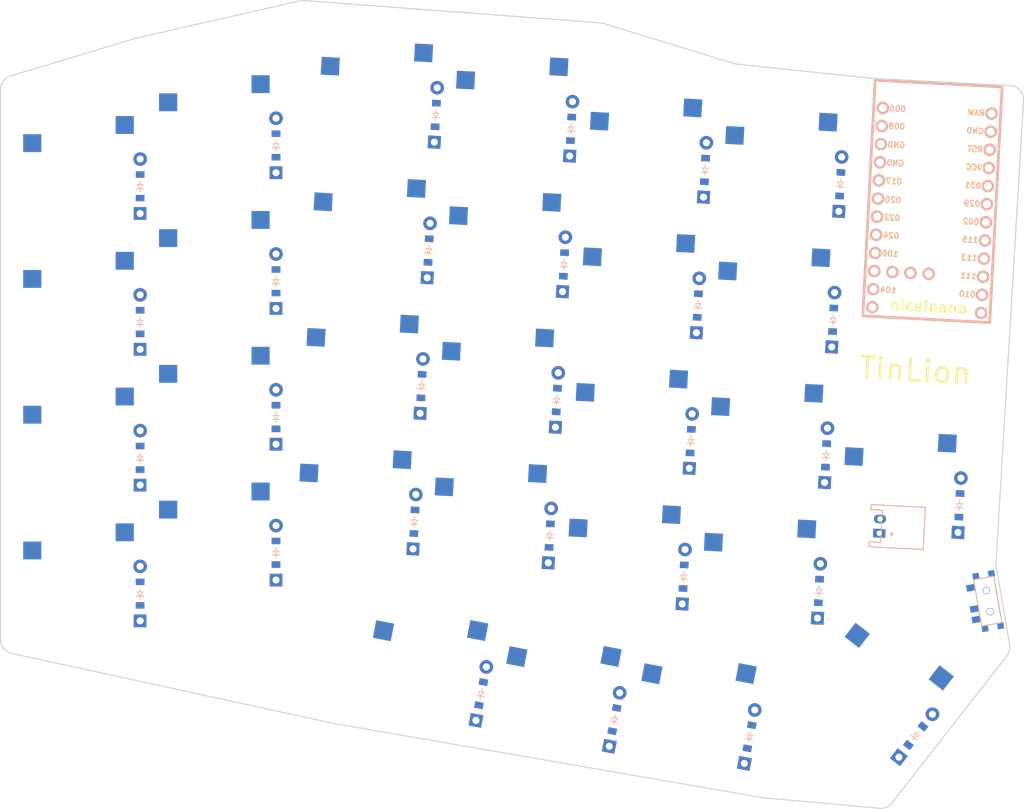
<source format=kicad_pcb>


(kicad_pcb (version 20171130) (host pcbnew 5.1.6)

  (page A3)
  (title_block
    (title "left_board")
    (rev "v1.0.0")
    (company "Unknown")
  )

  (general
    (thickness 1.6)
  )

  (layers
    (0 F.Cu signal)
    (31 B.Cu signal)
    (32 B.Adhes user)
    (33 F.Adhes user)
    (34 B.Paste user)
    (35 F.Paste user)
    (36 B.SilkS user)
    (37 F.SilkS user)
    (38 B.Mask user)
    (39 F.Mask user)
    (40 Dwgs.User user)
    (41 Cmts.User user)
    (42 Eco1.User user)
    (43 Eco2.User user)
    (44 Edge.Cuts user)
    (45 Margin user)
    (46 B.CrtYd user)
    (47 F.CrtYd user)
    (48 B.Fab user)
    (49 F.Fab user)
  )

  (setup
    (last_trace_width 0.25)
    (trace_clearance 0.2)
    (zone_clearance 0.508)
    (zone_45_only no)
    (trace_min 0.2)
    (via_size 0.8)
    (via_drill 0.4)
    (via_min_size 0.4)
    (via_min_drill 0.3)
    (uvia_size 0.3)
    (uvia_drill 0.1)
    (uvias_allowed no)
    (uvia_min_size 0.2)
    (uvia_min_drill 0.1)
    (edge_width 0.05)
    (segment_width 0.2)
    (pcb_text_width 0.3)
    (pcb_text_size 1.5 1.5)
    (mod_edge_width 0.12)
    (mod_text_size 1 1)
    (mod_text_width 0.15)
    (pad_size 1.524 1.524)
    (pad_drill 0.762)
    (pad_to_mask_clearance 0.05)
    (aux_axis_origin 0 0)
    (visible_elements FFFFFF7F)
    (pcbplotparams
      (layerselection 0x010fc_ffffffff)
      (usegerberextensions false)
      (usegerberattributes true)
      (usegerberadvancedattributes true)
      (creategerberjobfile true)
      (excludeedgelayer true)
      (linewidth 0.100000)
      (plotframeref false)
      (viasonmask false)
      (mode 1)
      (useauxorigin false)
      (hpglpennumber 1)
      (hpglpenspeed 20)
      (hpglpendiameter 15.000000)
      (psnegative false)
      (psa4output false)
      (plotreference true)
      (plotvalue true)
      (plotinvisibletext false)
      (padsonsilk false)
      (subtractmaskfromsilk false)
      (outputformat 1)
      (mirror false)
      (drillshape 1)
      (scaleselection 1)
      (outputdirectory ""))
  )

  (net 0 "")
(net 1 "P006")
(net 2 "function_keys_bottom")
(net 3 "function_keys_home")
(net 4 "function_keys_qwerty")
(net 5 "function_keys_number")
(net 6 "P031")
(net 7 "one_bottom")
(net 8 "one_home")
(net 9 "one_qwerty")
(net 10 "one_number")
(net 11 "P008")
(net 12 "two_bottom")
(net 13 "two_home")
(net 14 "two_qwerty")
(net 15 "two_number")
(net 16 "P029")
(net 17 "three_bottom")
(net 18 "three_home")
(net 19 "three_qwerty")
(net 20 "three_number")
(net 21 "P017")
(net 22 "four_bottom")
(net 23 "four_home")
(net 24 "four_qwerty")
(net 25 "four_number")
(net 26 "P020")
(net 27 "five_bottom")
(net 28 "five_home")
(net 29 "five_qwerty")
(net 30 "five_number")
(net 31 "near_thumb")
(net 32 "home_thumb")
(net 33 "far_thumb")
(net 34 "P104")
(net 35 "space_thumb")
(net 36 "curly_square")
(net 37 "P111")
(net 38 "P113")
(net 39 "P115")
(net 40 "P002")
(net 41 "P010")
(net 42 "RAW")
(net 43 "GND")
(net 44 "RST")
(net 45 "VCC")
(net 46 "P009")
(net 47 "P022")
(net 48 "P024")
(net 49 "P100")
(net 50 "P011")
(net 51 "P106")
(net 52 "P101")
(net 53 "P102")
(net 54 "P107")
(net 55 "pos")

  (net_class Default "This is the default net class."
    (clearance 0.2)
    (trace_width 0.25)
    (via_dia 0.8)
    (via_drill 0.4)
    (uvia_dia 0.3)
    (uvia_drill 0.1)
    (add_net "")
(add_net "P006")
(add_net "function_keys_bottom")
(add_net "function_keys_home")
(add_net "function_keys_qwerty")
(add_net "function_keys_number")
(add_net "P031")
(add_net "one_bottom")
(add_net "one_home")
(add_net "one_qwerty")
(add_net "one_number")
(add_net "P008")
(add_net "two_bottom")
(add_net "two_home")
(add_net "two_qwerty")
(add_net "two_number")
(add_net "P029")
(add_net "three_bottom")
(add_net "three_home")
(add_net "three_qwerty")
(add_net "three_number")
(add_net "P017")
(add_net "four_bottom")
(add_net "four_home")
(add_net "four_qwerty")
(add_net "four_number")
(add_net "P020")
(add_net "five_bottom")
(add_net "five_home")
(add_net "five_qwerty")
(add_net "five_number")
(add_net "near_thumb")
(add_net "home_thumb")
(add_net "far_thumb")
(add_net "P104")
(add_net "space_thumb")
(add_net "curly_square")
(add_net "P111")
(add_net "P113")
(add_net "P115")
(add_net "P002")
(add_net "P010")
(add_net "RAW")
(add_net "GND")
(add_net "RST")
(add_net "VCC")
(add_net "P009")
(add_net "P022")
(add_net "P024")
(add_net "P100")
(add_net "P011")
(add_net "P106")
(add_net "P101")
(add_net "P102")
(add_net "P107")
(add_net "pos")
  )

  
        
      (module MX (layer F.Cu) (tedit 5DD4F656)
      (at 0 0 0)

      
      (fp_text reference "S1" (at 0 0) (layer F.SilkS) hide (effects (font (size 1.27 1.27) (thickness 0.15))))
      (fp_text value "" (at 0 0) (layer F.SilkS) hide (effects (font (size 1.27 1.27) (thickness 0.15))))

      
      (fp_line (start -7 -6) (end -7 -7) (layer Dwgs.User) (width 0.15))
      (fp_line (start -7 7) (end -6 7) (layer Dwgs.User) (width 0.15))
      (fp_line (start -6 -7) (end -7 -7) (layer Dwgs.User) (width 0.15))
      (fp_line (start -7 7) (end -7 6) (layer Dwgs.User) (width 0.15))
      (fp_line (start 7 6) (end 7 7) (layer Dwgs.User) (width 0.15))
      (fp_line (start 7 -7) (end 6 -7) (layer Dwgs.User) (width 0.15))
      (fp_line (start 6 7) (end 7 7) (layer Dwgs.User) (width 0.15))
      (fp_line (start 7 -7) (end 7 -6) (layer Dwgs.User) (width 0.15))
    
      
      (pad "" np_thru_hole circle (at 0 0) (size 3.9878 3.9878) (drill 3.9878) (layers *.Cu *.Mask))

      
      (pad "" np_thru_hole circle (at 5.08 0) (size 1.7018 1.7018) (drill 1.7018) (layers *.Cu *.Mask))
      (pad "" np_thru_hole circle (at -5.08 0) (size 1.7018 1.7018) (drill 1.7018) (layers *.Cu *.Mask))
      
        
      
      (fp_line (start -9.5 -9.5) (end 9.5 -9.5) (layer Dwgs.User) (width 0.15))
      (fp_line (start 9.5 -9.5) (end 9.5 9.5) (layer Dwgs.User) (width 0.15))
      (fp_line (start 9.5 9.5) (end -9.5 9.5) (layer Dwgs.User) (width 0.15))
      (fp_line (start -9.5 9.5) (end -9.5 -9.5) (layer Dwgs.User) (width 0.15))
      
        
        
        (pad "" np_thru_hole circle (at 2.54 -5.08) (size 3 3) (drill 3) (layers *.Cu *.Mask))
        (pad "" np_thru_hole circle (at -3.81 -2.54) (size 3 3) (drill 3) (layers *.Cu *.Mask))
        
        
        (pad 1 smd rect (at -7.085 -2.54 0) (size 2.55 2.5) (layers B.Cu B.Paste B.Mask) (net 1 "P006"))
        (pad 2 smd rect (at 5.842 -5.08 0) (size 2.55 2.5) (layers B.Cu B.Paste B.Mask) (net 2 "function_keys_bottom"))
        )
        

        
      (module MX (layer F.Cu) (tedit 5DD4F656)
      (at 0 -19 0)

      
      (fp_text reference "S2" (at 0 0) (layer F.SilkS) hide (effects (font (size 1.27 1.27) (thickness 0.15))))
      (fp_text value "" (at 0 0) (layer F.SilkS) hide (effects (font (size 1.27 1.27) (thickness 0.15))))

      
      (fp_line (start -7 -6) (end -7 -7) (layer Dwgs.User) (width 0.15))
      (fp_line (start -7 7) (end -6 7) (layer Dwgs.User) (width 0.15))
      (fp_line (start -6 -7) (end -7 -7) (layer Dwgs.User) (width 0.15))
      (fp_line (start -7 7) (end -7 6) (layer Dwgs.User) (width 0.15))
      (fp_line (start 7 6) (end 7 7) (layer Dwgs.User) (width 0.15))
      (fp_line (start 7 -7) (end 6 -7) (layer Dwgs.User) (width 0.15))
      (fp_line (start 6 7) (end 7 7) (layer Dwgs.User) (width 0.15))
      (fp_line (start 7 -7) (end 7 -6) (layer Dwgs.User) (width 0.15))
    
      
      (pad "" np_thru_hole circle (at 0 0) (size 3.9878 3.9878) (drill 3.9878) (layers *.Cu *.Mask))

      
      (pad "" np_thru_hole circle (at 5.08 0) (size 1.7018 1.7018) (drill 1.7018) (layers *.Cu *.Mask))
      (pad "" np_thru_hole circle (at -5.08 0) (size 1.7018 1.7018) (drill 1.7018) (layers *.Cu *.Mask))
      
        
      
      (fp_line (start -9.5 -9.5) (end 9.5 -9.5) (layer Dwgs.User) (width 0.15))
      (fp_line (start 9.5 -9.5) (end 9.5 9.5) (layer Dwgs.User) (width 0.15))
      (fp_line (start 9.5 9.5) (end -9.5 9.5) (layer Dwgs.User) (width 0.15))
      (fp_line (start -9.5 9.5) (end -9.5 -9.5) (layer Dwgs.User) (width 0.15))
      
        
        
        (pad "" np_thru_hole circle (at 2.54 -5.08) (size 3 3) (drill 3) (layers *.Cu *.Mask))
        (pad "" np_thru_hole circle (at -3.81 -2.54) (size 3 3) (drill 3) (layers *.Cu *.Mask))
        
        
        (pad 1 smd rect (at -7.085 -2.54 0) (size 2.55 2.5) (layers B.Cu B.Paste B.Mask) (net 1 "P006"))
        (pad 2 smd rect (at 5.842 -5.08 0) (size 2.55 2.5) (layers B.Cu B.Paste B.Mask) (net 3 "function_keys_home"))
        )
        

        
      (module MX (layer F.Cu) (tedit 5DD4F656)
      (at 0 -38 0)

      
      (fp_text reference "S3" (at 0 0) (layer F.SilkS) hide (effects (font (size 1.27 1.27) (thickness 0.15))))
      (fp_text value "" (at 0 0) (layer F.SilkS) hide (effects (font (size 1.27 1.27) (thickness 0.15))))

      
      (fp_line (start -7 -6) (end -7 -7) (layer Dwgs.User) (width 0.15))
      (fp_line (start -7 7) (end -6 7) (layer Dwgs.User) (width 0.15))
      (fp_line (start -6 -7) (end -7 -7) (layer Dwgs.User) (width 0.15))
      (fp_line (start -7 7) (end -7 6) (layer Dwgs.User) (width 0.15))
      (fp_line (start 7 6) (end 7 7) (layer Dwgs.User) (width 0.15))
      (fp_line (start 7 -7) (end 6 -7) (layer Dwgs.User) (width 0.15))
      (fp_line (start 6 7) (end 7 7) (layer Dwgs.User) (width 0.15))
      (fp_line (start 7 -7) (end 7 -6) (layer Dwgs.User) (width 0.15))
    
      
      (pad "" np_thru_hole circle (at 0 0) (size 3.9878 3.9878) (drill 3.9878) (layers *.Cu *.Mask))

      
      (pad "" np_thru_hole circle (at 5.08 0) (size 1.7018 1.7018) (drill 1.7018) (layers *.Cu *.Mask))
      (pad "" np_thru_hole circle (at -5.08 0) (size 1.7018 1.7018) (drill 1.7018) (layers *.Cu *.Mask))
      
        
      
      (fp_line (start -9.5 -9.5) (end 9.5 -9.5) (layer Dwgs.User) (width 0.15))
      (fp_line (start 9.5 -9.5) (end 9.5 9.5) (layer Dwgs.User) (width 0.15))
      (fp_line (start 9.5 9.5) (end -9.5 9.5) (layer Dwgs.User) (width 0.15))
      (fp_line (start -9.5 9.5) (end -9.5 -9.5) (layer Dwgs.User) (width 0.15))
      
        
        
        (pad "" np_thru_hole circle (at 2.54 -5.08) (size 3 3) (drill 3) (layers *.Cu *.Mask))
        (pad "" np_thru_hole circle (at -3.81 -2.54) (size 3 3) (drill 3) (layers *.Cu *.Mask))
        
        
        (pad 1 smd rect (at -7.085 -2.54 0) (size 2.55 2.5) (layers B.Cu B.Paste B.Mask) (net 1 "P006"))
        (pad 2 smd rect (at 5.842 -5.08 0) (size 2.55 2.5) (layers B.Cu B.Paste B.Mask) (net 4 "function_keys_qwerty"))
        )
        

        
      (module MX (layer F.Cu) (tedit 5DD4F656)
      (at 0 -57 0)

      
      (fp_text reference "S4" (at 0 0) (layer F.SilkS) hide (effects (font (size 1.27 1.27) (thickness 0.15))))
      (fp_text value "" (at 0 0) (layer F.SilkS) hide (effects (font (size 1.27 1.27) (thickness 0.15))))

      
      (fp_line (start -7 -6) (end -7 -7) (layer Dwgs.User) (width 0.15))
      (fp_line (start -7 7) (end -6 7) (layer Dwgs.User) (width 0.15))
      (fp_line (start -6 -7) (end -7 -7) (layer Dwgs.User) (width 0.15))
      (fp_line (start -7 7) (end -7 6) (layer Dwgs.User) (width 0.15))
      (fp_line (start 7 6) (end 7 7) (layer Dwgs.User) (width 0.15))
      (fp_line (start 7 -7) (end 6 -7) (layer Dwgs.User) (width 0.15))
      (fp_line (start 6 7) (end 7 7) (layer Dwgs.User) (width 0.15))
      (fp_line (start 7 -7) (end 7 -6) (layer Dwgs.User) (width 0.15))
    
      
      (pad "" np_thru_hole circle (at 0 0) (size 3.9878 3.9878) (drill 3.9878) (layers *.Cu *.Mask))

      
      (pad "" np_thru_hole circle (at 5.08 0) (size 1.7018 1.7018) (drill 1.7018) (layers *.Cu *.Mask))
      (pad "" np_thru_hole circle (at -5.08 0) (size 1.7018 1.7018) (drill 1.7018) (layers *.Cu *.Mask))
      
        
      
      (fp_line (start -9.5 -9.5) (end 9.5 -9.5) (layer Dwgs.User) (width 0.15))
      (fp_line (start 9.5 -9.5) (end 9.5 9.5) (layer Dwgs.User) (width 0.15))
      (fp_line (start 9.5 9.5) (end -9.5 9.5) (layer Dwgs.User) (width 0.15))
      (fp_line (start -9.5 9.5) (end -9.5 -9.5) (layer Dwgs.User) (width 0.15))
      
        
        
        (pad "" np_thru_hole circle (at 2.54 -5.08) (size 3 3) (drill 3) (layers *.Cu *.Mask))
        (pad "" np_thru_hole circle (at -3.81 -2.54) (size 3 3) (drill 3) (layers *.Cu *.Mask))
        
        
        (pad 1 smd rect (at -7.085 -2.54 0) (size 2.55 2.5) (layers B.Cu B.Paste B.Mask) (net 1 "P006"))
        (pad 2 smd rect (at 5.842 -5.08 0) (size 2.55 2.5) (layers B.Cu B.Paste B.Mask) (net 5 "function_keys_number"))
        )
        

        
      (module MX (layer F.Cu) (tedit 5DD4F656)
      (at 19 -5.715 0)

      
      (fp_text reference "S5" (at 0 0) (layer F.SilkS) hide (effects (font (size 1.27 1.27) (thickness 0.15))))
      (fp_text value "" (at 0 0) (layer F.SilkS) hide (effects (font (size 1.27 1.27) (thickness 0.15))))

      
      (fp_line (start -7 -6) (end -7 -7) (layer Dwgs.User) (width 0.15))
      (fp_line (start -7 7) (end -6 7) (layer Dwgs.User) (width 0.15))
      (fp_line (start -6 -7) (end -7 -7) (layer Dwgs.User) (width 0.15))
      (fp_line (start -7 7) (end -7 6) (layer Dwgs.User) (width 0.15))
      (fp_line (start 7 6) (end 7 7) (layer Dwgs.User) (width 0.15))
      (fp_line (start 7 -7) (end 6 -7) (layer Dwgs.User) (width 0.15))
      (fp_line (start 6 7) (end 7 7) (layer Dwgs.User) (width 0.15))
      (fp_line (start 7 -7) (end 7 -6) (layer Dwgs.User) (width 0.15))
    
      
      (pad "" np_thru_hole circle (at 0 0) (size 3.9878 3.9878) (drill 3.9878) (layers *.Cu *.Mask))

      
      (pad "" np_thru_hole circle (at 5.08 0) (size 1.7018 1.7018) (drill 1.7018) (layers *.Cu *.Mask))
      (pad "" np_thru_hole circle (at -5.08 0) (size 1.7018 1.7018) (drill 1.7018) (layers *.Cu *.Mask))
      
        
      
      (fp_line (start -9.5 -9.5) (end 9.5 -9.5) (layer Dwgs.User) (width 0.15))
      (fp_line (start 9.5 -9.5) (end 9.5 9.5) (layer Dwgs.User) (width 0.15))
      (fp_line (start 9.5 9.5) (end -9.5 9.5) (layer Dwgs.User) (width 0.15))
      (fp_line (start -9.5 9.5) (end -9.5 -9.5) (layer Dwgs.User) (width 0.15))
      
        
        
        (pad "" np_thru_hole circle (at 2.54 -5.08) (size 3 3) (drill 3) (layers *.Cu *.Mask))
        (pad "" np_thru_hole circle (at -3.81 -2.54) (size 3 3) (drill 3) (layers *.Cu *.Mask))
        
        
        (pad 1 smd rect (at -7.085 -2.54 0) (size 2.55 2.5) (layers B.Cu B.Paste B.Mask) (net 6 "P031"))
        (pad 2 smd rect (at 5.842 -5.08 0) (size 2.55 2.5) (layers B.Cu B.Paste B.Mask) (net 7 "one_bottom"))
        )
        

        
      (module MX (layer F.Cu) (tedit 5DD4F656)
      (at 19 -24.715 0)

      
      (fp_text reference "S6" (at 0 0) (layer F.SilkS) hide (effects (font (size 1.27 1.27) (thickness 0.15))))
      (fp_text value "" (at 0 0) (layer F.SilkS) hide (effects (font (size 1.27 1.27) (thickness 0.15))))

      
      (fp_line (start -7 -6) (end -7 -7) (layer Dwgs.User) (width 0.15))
      (fp_line (start -7 7) (end -6 7) (layer Dwgs.User) (width 0.15))
      (fp_line (start -6 -7) (end -7 -7) (layer Dwgs.User) (width 0.15))
      (fp_line (start -7 7) (end -7 6) (layer Dwgs.User) (width 0.15))
      (fp_line (start 7 6) (end 7 7) (layer Dwgs.User) (width 0.15))
      (fp_line (start 7 -7) (end 6 -7) (layer Dwgs.User) (width 0.15))
      (fp_line (start 6 7) (end 7 7) (layer Dwgs.User) (width 0.15))
      (fp_line (start 7 -7) (end 7 -6) (layer Dwgs.User) (width 0.15))
    
      
      (pad "" np_thru_hole circle (at 0 0) (size 3.9878 3.9878) (drill 3.9878) (layers *.Cu *.Mask))

      
      (pad "" np_thru_hole circle (at 5.08 0) (size 1.7018 1.7018) (drill 1.7018) (layers *.Cu *.Mask))
      (pad "" np_thru_hole circle (at -5.08 0) (size 1.7018 1.7018) (drill 1.7018) (layers *.Cu *.Mask))
      
        
      
      (fp_line (start -9.5 -9.5) (end 9.5 -9.5) (layer Dwgs.User) (width 0.15))
      (fp_line (start 9.5 -9.5) (end 9.5 9.5) (layer Dwgs.User) (width 0.15))
      (fp_line (start 9.5 9.5) (end -9.5 9.5) (layer Dwgs.User) (width 0.15))
      (fp_line (start -9.5 9.5) (end -9.5 -9.5) (layer Dwgs.User) (width 0.15))
      
        
        
        (pad "" np_thru_hole circle (at 2.54 -5.08) (size 3 3) (drill 3) (layers *.Cu *.Mask))
        (pad "" np_thru_hole circle (at -3.81 -2.54) (size 3 3) (drill 3) (layers *.Cu *.Mask))
        
        
        (pad 1 smd rect (at -7.085 -2.54 0) (size 2.55 2.5) (layers B.Cu B.Paste B.Mask) (net 6 "P031"))
        (pad 2 smd rect (at 5.842 -5.08 0) (size 2.55 2.5) (layers B.Cu B.Paste B.Mask) (net 8 "one_home"))
        )
        

        
      (module MX (layer F.Cu) (tedit 5DD4F656)
      (at 19 -43.715 0)

      
      (fp_text reference "S7" (at 0 0) (layer F.SilkS) hide (effects (font (size 1.27 1.27) (thickness 0.15))))
      (fp_text value "" (at 0 0) (layer F.SilkS) hide (effects (font (size 1.27 1.27) (thickness 0.15))))

      
      (fp_line (start -7 -6) (end -7 -7) (layer Dwgs.User) (width 0.15))
      (fp_line (start -7 7) (end -6 7) (layer Dwgs.User) (width 0.15))
      (fp_line (start -6 -7) (end -7 -7) (layer Dwgs.User) (width 0.15))
      (fp_line (start -7 7) (end -7 6) (layer Dwgs.User) (width 0.15))
      (fp_line (start 7 6) (end 7 7) (layer Dwgs.User) (width 0.15))
      (fp_line (start 7 -7) (end 6 -7) (layer Dwgs.User) (width 0.15))
      (fp_line (start 6 7) (end 7 7) (layer Dwgs.User) (width 0.15))
      (fp_line (start 7 -7) (end 7 -6) (layer Dwgs.User) (width 0.15))
    
      
      (pad "" np_thru_hole circle (at 0 0) (size 3.9878 3.9878) (drill 3.9878) (layers *.Cu *.Mask))

      
      (pad "" np_thru_hole circle (at 5.08 0) (size 1.7018 1.7018) (drill 1.7018) (layers *.Cu *.Mask))
      (pad "" np_thru_hole circle (at -5.08 0) (size 1.7018 1.7018) (drill 1.7018) (layers *.Cu *.Mask))
      
        
      
      (fp_line (start -9.5 -9.5) (end 9.5 -9.5) (layer Dwgs.User) (width 0.15))
      (fp_line (start 9.5 -9.5) (end 9.5 9.5) (layer Dwgs.User) (width 0.15))
      (fp_line (start 9.5 9.5) (end -9.5 9.5) (layer Dwgs.User) (width 0.15))
      (fp_line (start -9.5 9.5) (end -9.5 -9.5) (layer Dwgs.User) (width 0.15))
      
        
        
        (pad "" np_thru_hole circle (at 2.54 -5.08) (size 3 3) (drill 3) (layers *.Cu *.Mask))
        (pad "" np_thru_hole circle (at -3.81 -2.54) (size 3 3) (drill 3) (layers *.Cu *.Mask))
        
        
        (pad 1 smd rect (at -7.085 -2.54 0) (size 2.55 2.5) (layers B.Cu B.Paste B.Mask) (net 6 "P031"))
        (pad 2 smd rect (at 5.842 -5.08 0) (size 2.55 2.5) (layers B.Cu B.Paste B.Mask) (net 9 "one_qwerty"))
        )
        

        
      (module MX (layer F.Cu) (tedit 5DD4F656)
      (at 19 -62.715 0)

      
      (fp_text reference "S8" (at 0 0) (layer F.SilkS) hide (effects (font (size 1.27 1.27) (thickness 0.15))))
      (fp_text value "" (at 0 0) (layer F.SilkS) hide (effects (font (size 1.27 1.27) (thickness 0.15))))

      
      (fp_line (start -7 -6) (end -7 -7) (layer Dwgs.User) (width 0.15))
      (fp_line (start -7 7) (end -6 7) (layer Dwgs.User) (width 0.15))
      (fp_line (start -6 -7) (end -7 -7) (layer Dwgs.User) (width 0.15))
      (fp_line (start -7 7) (end -7 6) (layer Dwgs.User) (width 0.15))
      (fp_line (start 7 6) (end 7 7) (layer Dwgs.User) (width 0.15))
      (fp_line (start 7 -7) (end 6 -7) (layer Dwgs.User) (width 0.15))
      (fp_line (start 6 7) (end 7 7) (layer Dwgs.User) (width 0.15))
      (fp_line (start 7 -7) (end 7 -6) (layer Dwgs.User) (width 0.15))
    
      
      (pad "" np_thru_hole circle (at 0 0) (size 3.9878 3.9878) (drill 3.9878) (layers *.Cu *.Mask))

      
      (pad "" np_thru_hole circle (at 5.08 0) (size 1.7018 1.7018) (drill 1.7018) (layers *.Cu *.Mask))
      (pad "" np_thru_hole circle (at -5.08 0) (size 1.7018 1.7018) (drill 1.7018) (layers *.Cu *.Mask))
      
        
      
      (fp_line (start -9.5 -9.5) (end 9.5 -9.5) (layer Dwgs.User) (width 0.15))
      (fp_line (start 9.5 -9.5) (end 9.5 9.5) (layer Dwgs.User) (width 0.15))
      (fp_line (start 9.5 9.5) (end -9.5 9.5) (layer Dwgs.User) (width 0.15))
      (fp_line (start -9.5 9.5) (end -9.5 -9.5) (layer Dwgs.User) (width 0.15))
      
        
        
        (pad "" np_thru_hole circle (at 2.54 -5.08) (size 3 3) (drill 3) (layers *.Cu *.Mask))
        (pad "" np_thru_hole circle (at -3.81 -2.54) (size 3 3) (drill 3) (layers *.Cu *.Mask))
        
        
        (pad 1 smd rect (at -7.085 -2.54 0) (size 2.55 2.5) (layers B.Cu B.Paste B.Mask) (net 6 "P031"))
        (pad 2 smd rect (at 5.842 -5.08 0) (size 2.55 2.5) (layers B.Cu B.Paste B.Mask) (net 10 "one_number"))
        )
        

        
      (module MX (layer F.Cu) (tedit 5DD4F656)
      (at 38.55 -10.4775 -3)

      
      (fp_text reference "S9" (at 0 0) (layer F.SilkS) hide (effects (font (size 1.27 1.27) (thickness 0.15))))
      (fp_text value "" (at 0 0) (layer F.SilkS) hide (effects (font (size 1.27 1.27) (thickness 0.15))))

      
      (fp_line (start -7 -6) (end -7 -7) (layer Dwgs.User) (width 0.15))
      (fp_line (start -7 7) (end -6 7) (layer Dwgs.User) (width 0.15))
      (fp_line (start -6 -7) (end -7 -7) (layer Dwgs.User) (width 0.15))
      (fp_line (start -7 7) (end -7 6) (layer Dwgs.User) (width 0.15))
      (fp_line (start 7 6) (end 7 7) (layer Dwgs.User) (width 0.15))
      (fp_line (start 7 -7) (end 6 -7) (layer Dwgs.User) (width 0.15))
      (fp_line (start 6 7) (end 7 7) (layer Dwgs.User) (width 0.15))
      (fp_line (start 7 -7) (end 7 -6) (layer Dwgs.User) (width 0.15))
    
      
      (pad "" np_thru_hole circle (at 0 0) (size 3.9878 3.9878) (drill 3.9878) (layers *.Cu *.Mask))

      
      (pad "" np_thru_hole circle (at 5.08 0) (size 1.7018 1.7018) (drill 1.7018) (layers *.Cu *.Mask))
      (pad "" np_thru_hole circle (at -5.08 0) (size 1.7018 1.7018) (drill 1.7018) (layers *.Cu *.Mask))
      
        
      
      (fp_line (start -9.5 -9.5) (end 9.5 -9.5) (layer Dwgs.User) (width 0.15))
      (fp_line (start 9.5 -9.5) (end 9.5 9.5) (layer Dwgs.User) (width 0.15))
      (fp_line (start 9.5 9.5) (end -9.5 9.5) (layer Dwgs.User) (width 0.15))
      (fp_line (start -9.5 9.5) (end -9.5 -9.5) (layer Dwgs.User) (width 0.15))
      
        
        
        (pad "" np_thru_hole circle (at 2.54 -5.08) (size 3 3) (drill 3) (layers *.Cu *.Mask))
        (pad "" np_thru_hole circle (at -3.81 -2.54) (size 3 3) (drill 3) (layers *.Cu *.Mask))
        
        
        (pad 1 smd rect (at -7.085 -2.54 -3) (size 2.55 2.5) (layers B.Cu B.Paste B.Mask) (net 11 "P008"))
        (pad 2 smd rect (at 5.842 -5.08 -3) (size 2.55 2.5) (layers B.Cu B.Paste B.Mask) (net 12 "two_bottom"))
        )
        

        
      (module MX (layer F.Cu) (tedit 5DD4F656)
      (at 39.5443832 -29.4514612 -3)

      
      (fp_text reference "S10" (at 0 0) (layer F.SilkS) hide (effects (font (size 1.27 1.27) (thickness 0.15))))
      (fp_text value "" (at 0 0) (layer F.SilkS) hide (effects (font (size 1.27 1.27) (thickness 0.15))))

      
      (fp_line (start -7 -6) (end -7 -7) (layer Dwgs.User) (width 0.15))
      (fp_line (start -7 7) (end -6 7) (layer Dwgs.User) (width 0.15))
      (fp_line (start -6 -7) (end -7 -7) (layer Dwgs.User) (width 0.15))
      (fp_line (start -7 7) (end -7 6) (layer Dwgs.User) (width 0.15))
      (fp_line (start 7 6) (end 7 7) (layer Dwgs.User) (width 0.15))
      (fp_line (start 7 -7) (end 6 -7) (layer Dwgs.User) (width 0.15))
      (fp_line (start 6 7) (end 7 7) (layer Dwgs.User) (width 0.15))
      (fp_line (start 7 -7) (end 7 -6) (layer Dwgs.User) (width 0.15))
    
      
      (pad "" np_thru_hole circle (at 0 0) (size 3.9878 3.9878) (drill 3.9878) (layers *.Cu *.Mask))

      
      (pad "" np_thru_hole circle (at 5.08 0) (size 1.7018 1.7018) (drill 1.7018) (layers *.Cu *.Mask))
      (pad "" np_thru_hole circle (at -5.08 0) (size 1.7018 1.7018) (drill 1.7018) (layers *.Cu *.Mask))
      
        
      
      (fp_line (start -9.5 -9.5) (end 9.5 -9.5) (layer Dwgs.User) (width 0.15))
      (fp_line (start 9.5 -9.5) (end 9.5 9.5) (layer Dwgs.User) (width 0.15))
      (fp_line (start 9.5 9.5) (end -9.5 9.5) (layer Dwgs.User) (width 0.15))
      (fp_line (start -9.5 9.5) (end -9.5 -9.5) (layer Dwgs.User) (width 0.15))
      
        
        
        (pad "" np_thru_hole circle (at 2.54 -5.08) (size 3 3) (drill 3) (layers *.Cu *.Mask))
        (pad "" np_thru_hole circle (at -3.81 -2.54) (size 3 3) (drill 3) (layers *.Cu *.Mask))
        
        
        (pad 1 smd rect (at -7.085 -2.54 -3) (size 2.55 2.5) (layers B.Cu B.Paste B.Mask) (net 11 "P008"))
        (pad 2 smd rect (at 5.842 -5.08 -3) (size 2.55 2.5) (layers B.Cu B.Paste B.Mask) (net 13 "two_home"))
        )
        

        
      (module MX (layer F.Cu) (tedit 5DD4F656)
      (at 40.5387664 -48.4254224 -3)

      
      (fp_text reference "S11" (at 0 0) (layer F.SilkS) hide (effects (font (size 1.27 1.27) (thickness 0.15))))
      (fp_text value "" (at 0 0) (layer F.SilkS) hide (effects (font (size 1.27 1.27) (thickness 0.15))))

      
      (fp_line (start -7 -6) (end -7 -7) (layer Dwgs.User) (width 0.15))
      (fp_line (start -7 7) (end -6 7) (layer Dwgs.User) (width 0.15))
      (fp_line (start -6 -7) (end -7 -7) (layer Dwgs.User) (width 0.15))
      (fp_line (start -7 7) (end -7 6) (layer Dwgs.User) (width 0.15))
      (fp_line (start 7 6) (end 7 7) (layer Dwgs.User) (width 0.15))
      (fp_line (start 7 -7) (end 6 -7) (layer Dwgs.User) (width 0.15))
      (fp_line (start 6 7) (end 7 7) (layer Dwgs.User) (width 0.15))
      (fp_line (start 7 -7) (end 7 -6) (layer Dwgs.User) (width 0.15))
    
      
      (pad "" np_thru_hole circle (at 0 0) (size 3.9878 3.9878) (drill 3.9878) (layers *.Cu *.Mask))

      
      (pad "" np_thru_hole circle (at 5.08 0) (size 1.7018 1.7018) (drill 1.7018) (layers *.Cu *.Mask))
      (pad "" np_thru_hole circle (at -5.08 0) (size 1.7018 1.7018) (drill 1.7018) (layers *.Cu *.Mask))
      
        
      
      (fp_line (start -9.5 -9.5) (end 9.5 -9.5) (layer Dwgs.User) (width 0.15))
      (fp_line (start 9.5 -9.5) (end 9.5 9.5) (layer Dwgs.User) (width 0.15))
      (fp_line (start 9.5 9.5) (end -9.5 9.5) (layer Dwgs.User) (width 0.15))
      (fp_line (start -9.5 9.5) (end -9.5 -9.5) (layer Dwgs.User) (width 0.15))
      
        
        
        (pad "" np_thru_hole circle (at 2.54 -5.08) (size 3 3) (drill 3) (layers *.Cu *.Mask))
        (pad "" np_thru_hole circle (at -3.81 -2.54) (size 3 3) (drill 3) (layers *.Cu *.Mask))
        
        
        (pad 1 smd rect (at -7.085 -2.54 -3) (size 2.55 2.5) (layers B.Cu B.Paste B.Mask) (net 11 "P008"))
        (pad 2 smd rect (at 5.842 -5.08 -3) (size 2.55 2.5) (layers B.Cu B.Paste B.Mask) (net 14 "two_qwerty"))
        )
        

        
      (module MX (layer F.Cu) (tedit 5DD4F656)
      (at 41.5331496 -67.39938360000001 -3)

      
      (fp_text reference "S12" (at 0 0) (layer F.SilkS) hide (effects (font (size 1.27 1.27) (thickness 0.15))))
      (fp_text value "" (at 0 0) (layer F.SilkS) hide (effects (font (size 1.27 1.27) (thickness 0.15))))

      
      (fp_line (start -7 -6) (end -7 -7) (layer Dwgs.User) (width 0.15))
      (fp_line (start -7 7) (end -6 7) (layer Dwgs.User) (width 0.15))
      (fp_line (start -6 -7) (end -7 -7) (layer Dwgs.User) (width 0.15))
      (fp_line (start -7 7) (end -7 6) (layer Dwgs.User) (width 0.15))
      (fp_line (start 7 6) (end 7 7) (layer Dwgs.User) (width 0.15))
      (fp_line (start 7 -7) (end 6 -7) (layer Dwgs.User) (width 0.15))
      (fp_line (start 6 7) (end 7 7) (layer Dwgs.User) (width 0.15))
      (fp_line (start 7 -7) (end 7 -6) (layer Dwgs.User) (width 0.15))
    
      
      (pad "" np_thru_hole circle (at 0 0) (size 3.9878 3.9878) (drill 3.9878) (layers *.Cu *.Mask))

      
      (pad "" np_thru_hole circle (at 5.08 0) (size 1.7018 1.7018) (drill 1.7018) (layers *.Cu *.Mask))
      (pad "" np_thru_hole circle (at -5.08 0) (size 1.7018 1.7018) (drill 1.7018) (layers *.Cu *.Mask))
      
        
      
      (fp_line (start -9.5 -9.5) (end 9.5 -9.5) (layer Dwgs.User) (width 0.15))
      (fp_line (start 9.5 -9.5) (end 9.5 9.5) (layer Dwgs.User) (width 0.15))
      (fp_line (start 9.5 9.5) (end -9.5 9.5) (layer Dwgs.User) (width 0.15))
      (fp_line (start -9.5 9.5) (end -9.5 -9.5) (layer Dwgs.User) (width 0.15))
      
        
        
        (pad "" np_thru_hole circle (at 2.54 -5.08) (size 3 3) (drill 3) (layers *.Cu *.Mask))
        (pad "" np_thru_hole circle (at -3.81 -2.54) (size 3 3) (drill 3) (layers *.Cu *.Mask))
        
        
        (pad 1 smd rect (at -7.085 -2.54 -3) (size 2.55 2.5) (layers B.Cu B.Paste B.Mask) (net 11 "P008"))
        (pad 2 smd rect (at 5.842 -5.08 -3) (size 2.55 2.5) (layers B.Cu B.Paste B.Mask) (net 15 "two_number"))
        )
        

        
      (module MX (layer F.Cu) (tedit 5DD4F656)
      (at 57.474111199999996 -8.531922199999999 -3)

      
      (fp_text reference "S13" (at 0 0) (layer F.SilkS) hide (effects (font (size 1.27 1.27) (thickness 0.15))))
      (fp_text value "" (at 0 0) (layer F.SilkS) hide (effects (font (size 1.27 1.27) (thickness 0.15))))

      
      (fp_line (start -7 -6) (end -7 -7) (layer Dwgs.User) (width 0.15))
      (fp_line (start -7 7) (end -6 7) (layer Dwgs.User) (width 0.15))
      (fp_line (start -6 -7) (end -7 -7) (layer Dwgs.User) (width 0.15))
      (fp_line (start -7 7) (end -7 6) (layer Dwgs.User) (width 0.15))
      (fp_line (start 7 6) (end 7 7) (layer Dwgs.User) (width 0.15))
      (fp_line (start 7 -7) (end 6 -7) (layer Dwgs.User) (width 0.15))
      (fp_line (start 6 7) (end 7 7) (layer Dwgs.User) (width 0.15))
      (fp_line (start 7 -7) (end 7 -6) (layer Dwgs.User) (width 0.15))
    
      
      (pad "" np_thru_hole circle (at 0 0) (size 3.9878 3.9878) (drill 3.9878) (layers *.Cu *.Mask))

      
      (pad "" np_thru_hole circle (at 5.08 0) (size 1.7018 1.7018) (drill 1.7018) (layers *.Cu *.Mask))
      (pad "" np_thru_hole circle (at -5.08 0) (size 1.7018 1.7018) (drill 1.7018) (layers *.Cu *.Mask))
      
        
      
      (fp_line (start -9.5 -9.5) (end 9.5 -9.5) (layer Dwgs.User) (width 0.15))
      (fp_line (start 9.5 -9.5) (end 9.5 9.5) (layer Dwgs.User) (width 0.15))
      (fp_line (start 9.5 9.5) (end -9.5 9.5) (layer Dwgs.User) (width 0.15))
      (fp_line (start -9.5 9.5) (end -9.5 -9.5) (layer Dwgs.User) (width 0.15))
      
        
        
        (pad "" np_thru_hole circle (at 2.54 -5.08) (size 3 3) (drill 3) (layers *.Cu *.Mask))
        (pad "" np_thru_hole circle (at -3.81 -2.54) (size 3 3) (drill 3) (layers *.Cu *.Mask))
        
        
        (pad 1 smd rect (at -7.085 -2.54 -3) (size 2.55 2.5) (layers B.Cu B.Paste B.Mask) (net 16 "P029"))
        (pad 2 smd rect (at 5.842 -5.08 -3) (size 2.55 2.5) (layers B.Cu B.Paste B.Mask) (net 17 "three_bottom"))
        )
        

        
      (module MX (layer F.Cu) (tedit 5DD4F656)
      (at 58.4684944 -27.505883400000002 -3)

      
      (fp_text reference "S14" (at 0 0) (layer F.SilkS) hide (effects (font (size 1.27 1.27) (thickness 0.15))))
      (fp_text value "" (at 0 0) (layer F.SilkS) hide (effects (font (size 1.27 1.27) (thickness 0.15))))

      
      (fp_line (start -7 -6) (end -7 -7) (layer Dwgs.User) (width 0.15))
      (fp_line (start -7 7) (end -6 7) (layer Dwgs.User) (width 0.15))
      (fp_line (start -6 -7) (end -7 -7) (layer Dwgs.User) (width 0.15))
      (fp_line (start -7 7) (end -7 6) (layer Dwgs.User) (width 0.15))
      (fp_line (start 7 6) (end 7 7) (layer Dwgs.User) (width 0.15))
      (fp_line (start 7 -7) (end 6 -7) (layer Dwgs.User) (width 0.15))
      (fp_line (start 6 7) (end 7 7) (layer Dwgs.User) (width 0.15))
      (fp_line (start 7 -7) (end 7 -6) (layer Dwgs.User) (width 0.15))
    
      
      (pad "" np_thru_hole circle (at 0 0) (size 3.9878 3.9878) (drill 3.9878) (layers *.Cu *.Mask))

      
      (pad "" np_thru_hole circle (at 5.08 0) (size 1.7018 1.7018) (drill 1.7018) (layers *.Cu *.Mask))
      (pad "" np_thru_hole circle (at -5.08 0) (size 1.7018 1.7018) (drill 1.7018) (layers *.Cu *.Mask))
      
        
      
      (fp_line (start -9.5 -9.5) (end 9.5 -9.5) (layer Dwgs.User) (width 0.15))
      (fp_line (start 9.5 -9.5) (end 9.5 9.5) (layer Dwgs.User) (width 0.15))
      (fp_line (start 9.5 9.5) (end -9.5 9.5) (layer Dwgs.User) (width 0.15))
      (fp_line (start -9.5 9.5) (end -9.5 -9.5) (layer Dwgs.User) (width 0.15))
      
        
        
        (pad "" np_thru_hole circle (at 2.54 -5.08) (size 3 3) (drill 3) (layers *.Cu *.Mask))
        (pad "" np_thru_hole circle (at -3.81 -2.54) (size 3 3) (drill 3) (layers *.Cu *.Mask))
        
        
        (pad 1 smd rect (at -7.085 -2.54 -3) (size 2.55 2.5) (layers B.Cu B.Paste B.Mask) (net 16 "P029"))
        (pad 2 smd rect (at 5.842 -5.08 -3) (size 2.55 2.5) (layers B.Cu B.Paste B.Mask) (net 18 "three_home"))
        )
        

        
      (module MX (layer F.Cu) (tedit 5DD4F656)
      (at 59.4628776 -46.47984460000001 -3)

      
      (fp_text reference "S15" (at 0 0) (layer F.SilkS) hide (effects (font (size 1.27 1.27) (thickness 0.15))))
      (fp_text value "" (at 0 0) (layer F.SilkS) hide (effects (font (size 1.27 1.27) (thickness 0.15))))

      
      (fp_line (start -7 -6) (end -7 -7) (layer Dwgs.User) (width 0.15))
      (fp_line (start -7 7) (end -6 7) (layer Dwgs.User) (width 0.15))
      (fp_line (start -6 -7) (end -7 -7) (layer Dwgs.User) (width 0.15))
      (fp_line (start -7 7) (end -7 6) (layer Dwgs.User) (width 0.15))
      (fp_line (start 7 6) (end 7 7) (layer Dwgs.User) (width 0.15))
      (fp_line (start 7 -7) (end 6 -7) (layer Dwgs.User) (width 0.15))
      (fp_line (start 6 7) (end 7 7) (layer Dwgs.User) (width 0.15))
      (fp_line (start 7 -7) (end 7 -6) (layer Dwgs.User) (width 0.15))
    
      
      (pad "" np_thru_hole circle (at 0 0) (size 3.9878 3.9878) (drill 3.9878) (layers *.Cu *.Mask))

      
      (pad "" np_thru_hole circle (at 5.08 0) (size 1.7018 1.7018) (drill 1.7018) (layers *.Cu *.Mask))
      (pad "" np_thru_hole circle (at -5.08 0) (size 1.7018 1.7018) (drill 1.7018) (layers *.Cu *.Mask))
      
        
      
      (fp_line (start -9.5 -9.5) (end 9.5 -9.5) (layer Dwgs.User) (width 0.15))
      (fp_line (start 9.5 -9.5) (end 9.5 9.5) (layer Dwgs.User) (width 0.15))
      (fp_line (start 9.5 9.5) (end -9.5 9.5) (layer Dwgs.User) (width 0.15))
      (fp_line (start -9.5 9.5) (end -9.5 -9.5) (layer Dwgs.User) (width 0.15))
      
        
        
        (pad "" np_thru_hole circle (at 2.54 -5.08) (size 3 3) (drill 3) (layers *.Cu *.Mask))
        (pad "" np_thru_hole circle (at -3.81 -2.54) (size 3 3) (drill 3) (layers *.Cu *.Mask))
        
        
        (pad 1 smd rect (at -7.085 -2.54 -3) (size 2.55 2.5) (layers B.Cu B.Paste B.Mask) (net 16 "P029"))
        (pad 2 smd rect (at 5.842 -5.08 -3) (size 2.55 2.5) (layers B.Cu B.Paste B.Mask) (net 19 "three_qwerty"))
        )
        

        
      (module MX (layer F.Cu) (tedit 5DD4F656)
      (at 60.4572608 -65.45380580000001 -3)

      
      (fp_text reference "S16" (at 0 0) (layer F.SilkS) hide (effects (font (size 1.27 1.27) (thickness 0.15))))
      (fp_text value "" (at 0 0) (layer F.SilkS) hide (effects (font (size 1.27 1.27) (thickness 0.15))))

      
      (fp_line (start -7 -6) (end -7 -7) (layer Dwgs.User) (width 0.15))
      (fp_line (start -7 7) (end -6 7) (layer Dwgs.User) (width 0.15))
      (fp_line (start -6 -7) (end -7 -7) (layer Dwgs.User) (width 0.15))
      (fp_line (start -7 7) (end -7 6) (layer Dwgs.User) (width 0.15))
      (fp_line (start 7 6) (end 7 7) (layer Dwgs.User) (width 0.15))
      (fp_line (start 7 -7) (end 6 -7) (layer Dwgs.User) (width 0.15))
      (fp_line (start 6 7) (end 7 7) (layer Dwgs.User) (width 0.15))
      (fp_line (start 7 -7) (end 7 -6) (layer Dwgs.User) (width 0.15))
    
      
      (pad "" np_thru_hole circle (at 0 0) (size 3.9878 3.9878) (drill 3.9878) (layers *.Cu *.Mask))

      
      (pad "" np_thru_hole circle (at 5.08 0) (size 1.7018 1.7018) (drill 1.7018) (layers *.Cu *.Mask))
      (pad "" np_thru_hole circle (at -5.08 0) (size 1.7018 1.7018) (drill 1.7018) (layers *.Cu *.Mask))
      
        
      
      (fp_line (start -9.5 -9.5) (end 9.5 -9.5) (layer Dwgs.User) (width 0.15))
      (fp_line (start 9.5 -9.5) (end 9.5 9.5) (layer Dwgs.User) (width 0.15))
      (fp_line (start 9.5 9.5) (end -9.5 9.5) (layer Dwgs.User) (width 0.15))
      (fp_line (start -9.5 9.5) (end -9.5 -9.5) (layer Dwgs.User) (width 0.15))
      
        
        
        (pad "" np_thru_hole circle (at 2.54 -5.08) (size 3 3) (drill 3) (layers *.Cu *.Mask))
        (pad "" np_thru_hole circle (at -3.81 -2.54) (size 3 3) (drill 3) (layers *.Cu *.Mask))
        
        
        (pad 1 smd rect (at -7.085 -2.54 -3) (size 2.55 2.5) (layers B.Cu B.Paste B.Mask) (net 16 "P029"))
        (pad 2 smd rect (at 5.842 -5.08 -3) (size 2.55 2.5) (layers B.Cu B.Paste B.Mask) (net 20 "three_number"))
        )
        

        
      (module MX (layer F.Cu) (tedit 5DD4F656)
      (at 76.19882229999999 -2.7815658999999995 -3)

      
      (fp_text reference "S17" (at 0 0) (layer F.SilkS) hide (effects (font (size 1.27 1.27) (thickness 0.15))))
      (fp_text value "" (at 0 0) (layer F.SilkS) hide (effects (font (size 1.27 1.27) (thickness 0.15))))

      
      (fp_line (start -7 -6) (end -7 -7) (layer Dwgs.User) (width 0.15))
      (fp_line (start -7 7) (end -6 7) (layer Dwgs.User) (width 0.15))
      (fp_line (start -6 -7) (end -7 -7) (layer Dwgs.User) (width 0.15))
      (fp_line (start -7 7) (end -7 6) (layer Dwgs.User) (width 0.15))
      (fp_line (start 7 6) (end 7 7) (layer Dwgs.User) (width 0.15))
      (fp_line (start 7 -7) (end 6 -7) (layer Dwgs.User) (width 0.15))
      (fp_line (start 6 7) (end 7 7) (layer Dwgs.User) (width 0.15))
      (fp_line (start 7 -7) (end 7 -6) (layer Dwgs.User) (width 0.15))
    
      
      (pad "" np_thru_hole circle (at 0 0) (size 3.9878 3.9878) (drill 3.9878) (layers *.Cu *.Mask))

      
      (pad "" np_thru_hole circle (at 5.08 0) (size 1.7018 1.7018) (drill 1.7018) (layers *.Cu *.Mask))
      (pad "" np_thru_hole circle (at -5.08 0) (size 1.7018 1.7018) (drill 1.7018) (layers *.Cu *.Mask))
      
        
      
      (fp_line (start -9.5 -9.5) (end 9.5 -9.5) (layer Dwgs.User) (width 0.15))
      (fp_line (start 9.5 -9.5) (end 9.5 9.5) (layer Dwgs.User) (width 0.15))
      (fp_line (start 9.5 9.5) (end -9.5 9.5) (layer Dwgs.User) (width 0.15))
      (fp_line (start -9.5 9.5) (end -9.5 -9.5) (layer Dwgs.User) (width 0.15))
      
        
        
        (pad "" np_thru_hole circle (at 2.54 -5.08) (size 3 3) (drill 3) (layers *.Cu *.Mask))
        (pad "" np_thru_hole circle (at -3.81 -2.54) (size 3 3) (drill 3) (layers *.Cu *.Mask))
        
        
        (pad 1 smd rect (at -7.085 -2.54 -3) (size 2.55 2.5) (layers B.Cu B.Paste B.Mask) (net 21 "P017"))
        (pad 2 smd rect (at 5.842 -5.08 -3) (size 2.55 2.5) (layers B.Cu B.Paste B.Mask) (net 22 "four_bottom"))
        )
        

        
      (module MX (layer F.Cu) (tedit 5DD4F656)
      (at 77.19320549999999 -21.755527100000002 -3)

      
      (fp_text reference "S18" (at 0 0) (layer F.SilkS) hide (effects (font (size 1.27 1.27) (thickness 0.15))))
      (fp_text value "" (at 0 0) (layer F.SilkS) hide (effects (font (size 1.27 1.27) (thickness 0.15))))

      
      (fp_line (start -7 -6) (end -7 -7) (layer Dwgs.User) (width 0.15))
      (fp_line (start -7 7) (end -6 7) (layer Dwgs.User) (width 0.15))
      (fp_line (start -6 -7) (end -7 -7) (layer Dwgs.User) (width 0.15))
      (fp_line (start -7 7) (end -7 6) (layer Dwgs.User) (width 0.15))
      (fp_line (start 7 6) (end 7 7) (layer Dwgs.User) (width 0.15))
      (fp_line (start 7 -7) (end 6 -7) (layer Dwgs.User) (width 0.15))
      (fp_line (start 6 7) (end 7 7) (layer Dwgs.User) (width 0.15))
      (fp_line (start 7 -7) (end 7 -6) (layer Dwgs.User) (width 0.15))
    
      
      (pad "" np_thru_hole circle (at 0 0) (size 3.9878 3.9878) (drill 3.9878) (layers *.Cu *.Mask))

      
      (pad "" np_thru_hole circle (at 5.08 0) (size 1.7018 1.7018) (drill 1.7018) (layers *.Cu *.Mask))
      (pad "" np_thru_hole circle (at -5.08 0) (size 1.7018 1.7018) (drill 1.7018) (layers *.Cu *.Mask))
      
        
      
      (fp_line (start -9.5 -9.5) (end 9.5 -9.5) (layer Dwgs.User) (width 0.15))
      (fp_line (start 9.5 -9.5) (end 9.5 9.5) (layer Dwgs.User) (width 0.15))
      (fp_line (start 9.5 9.5) (end -9.5 9.5) (layer Dwgs.User) (width 0.15))
      (fp_line (start -9.5 9.5) (end -9.5 -9.5) (layer Dwgs.User) (width 0.15))
      
        
        
        (pad "" np_thru_hole circle (at 2.54 -5.08) (size 3 3) (drill 3) (layers *.Cu *.Mask))
        (pad "" np_thru_hole circle (at -3.81 -2.54) (size 3 3) (drill 3) (layers *.Cu *.Mask))
        
        
        (pad 1 smd rect (at -7.085 -2.54 -3) (size 2.55 2.5) (layers B.Cu B.Paste B.Mask) (net 21 "P017"))
        (pad 2 smd rect (at 5.842 -5.08 -3) (size 2.55 2.5) (layers B.Cu B.Paste B.Mask) (net 23 "four_home"))
        )
        

        
      (module MX (layer F.Cu) (tedit 5DD4F656)
      (at 78.18758869999999 -40.7294883 -3)

      
      (fp_text reference "S19" (at 0 0) (layer F.SilkS) hide (effects (font (size 1.27 1.27) (thickness 0.15))))
      (fp_text value "" (at 0 0) (layer F.SilkS) hide (effects (font (size 1.27 1.27) (thickness 0.15))))

      
      (fp_line (start -7 -6) (end -7 -7) (layer Dwgs.User) (width 0.15))
      (fp_line (start -7 7) (end -6 7) (layer Dwgs.User) (width 0.15))
      (fp_line (start -6 -7) (end -7 -7) (layer Dwgs.User) (width 0.15))
      (fp_line (start -7 7) (end -7 6) (layer Dwgs.User) (width 0.15))
      (fp_line (start 7 6) (end 7 7) (layer Dwgs.User) (width 0.15))
      (fp_line (start 7 -7) (end 6 -7) (layer Dwgs.User) (width 0.15))
      (fp_line (start 6 7) (end 7 7) (layer Dwgs.User) (width 0.15))
      (fp_line (start 7 -7) (end 7 -6) (layer Dwgs.User) (width 0.15))
    
      
      (pad "" np_thru_hole circle (at 0 0) (size 3.9878 3.9878) (drill 3.9878) (layers *.Cu *.Mask))

      
      (pad "" np_thru_hole circle (at 5.08 0) (size 1.7018 1.7018) (drill 1.7018) (layers *.Cu *.Mask))
      (pad "" np_thru_hole circle (at -5.08 0) (size 1.7018 1.7018) (drill 1.7018) (layers *.Cu *.Mask))
      
        
      
      (fp_line (start -9.5 -9.5) (end 9.5 -9.5) (layer Dwgs.User) (width 0.15))
      (fp_line (start 9.5 -9.5) (end 9.5 9.5) (layer Dwgs.User) (width 0.15))
      (fp_line (start 9.5 9.5) (end -9.5 9.5) (layer Dwgs.User) (width 0.15))
      (fp_line (start -9.5 9.5) (end -9.5 -9.5) (layer Dwgs.User) (width 0.15))
      
        
        
        (pad "" np_thru_hole circle (at 2.54 -5.08) (size 3 3) (drill 3) (layers *.Cu *.Mask))
        (pad "" np_thru_hole circle (at -3.81 -2.54) (size 3 3) (drill 3) (layers *.Cu *.Mask))
        
        
        (pad 1 smd rect (at -7.085 -2.54 -3) (size 2.55 2.5) (layers B.Cu B.Paste B.Mask) (net 21 "P017"))
        (pad 2 smd rect (at 5.842 -5.08 -3) (size 2.55 2.5) (layers B.Cu B.Paste B.Mask) (net 24 "four_qwerty"))
        )
        

        
      (module MX (layer F.Cu) (tedit 5DD4F656)
      (at 79.1819719 -59.703449500000005 -3)

      
      (fp_text reference "S20" (at 0 0) (layer F.SilkS) hide (effects (font (size 1.27 1.27) (thickness 0.15))))
      (fp_text value "" (at 0 0) (layer F.SilkS) hide (effects (font (size 1.27 1.27) (thickness 0.15))))

      
      (fp_line (start -7 -6) (end -7 -7) (layer Dwgs.User) (width 0.15))
      (fp_line (start -7 7) (end -6 7) (layer Dwgs.User) (width 0.15))
      (fp_line (start -6 -7) (end -7 -7) (layer Dwgs.User) (width 0.15))
      (fp_line (start -7 7) (end -7 6) (layer Dwgs.User) (width 0.15))
      (fp_line (start 7 6) (end 7 7) (layer Dwgs.User) (width 0.15))
      (fp_line (start 7 -7) (end 6 -7) (layer Dwgs.User) (width 0.15))
      (fp_line (start 6 7) (end 7 7) (layer Dwgs.User) (width 0.15))
      (fp_line (start 7 -7) (end 7 -6) (layer Dwgs.User) (width 0.15))
    
      
      (pad "" np_thru_hole circle (at 0 0) (size 3.9878 3.9878) (drill 3.9878) (layers *.Cu *.Mask))

      
      (pad "" np_thru_hole circle (at 5.08 0) (size 1.7018 1.7018) (drill 1.7018) (layers *.Cu *.Mask))
      (pad "" np_thru_hole circle (at -5.08 0) (size 1.7018 1.7018) (drill 1.7018) (layers *.Cu *.Mask))
      
        
      
      (fp_line (start -9.5 -9.5) (end 9.5 -9.5) (layer Dwgs.User) (width 0.15))
      (fp_line (start 9.5 -9.5) (end 9.5 9.5) (layer Dwgs.User) (width 0.15))
      (fp_line (start 9.5 9.5) (end -9.5 9.5) (layer Dwgs.User) (width 0.15))
      (fp_line (start -9.5 9.5) (end -9.5 -9.5) (layer Dwgs.User) (width 0.15))
      
        
        
        (pad "" np_thru_hole circle (at 2.54 -5.08) (size 3 3) (drill 3) (layers *.Cu *.Mask))
        (pad "" np_thru_hole circle (at -3.81 -2.54) (size 3 3) (drill 3) (layers *.Cu *.Mask))
        
        
        (pad 1 smd rect (at -7.085 -2.54 -3) (size 2.55 2.5) (layers B.Cu B.Paste B.Mask) (net 21 "P017"))
        (pad 2 smd rect (at 5.842 -5.08 -3) (size 2.55 2.5) (layers B.Cu B.Paste B.Mask) (net 25 "four_number"))
        )
        

        
      (module MX (layer F.Cu) (tedit 5DD4F656)
      (at 95.1204475 -0.7885531999999991 -3)

      
      (fp_text reference "S21" (at 0 0) (layer F.SilkS) hide (effects (font (size 1.27 1.27) (thickness 0.15))))
      (fp_text value "" (at 0 0) (layer F.SilkS) hide (effects (font (size 1.27 1.27) (thickness 0.15))))

      
      (fp_line (start -7 -6) (end -7 -7) (layer Dwgs.User) (width 0.15))
      (fp_line (start -7 7) (end -6 7) (layer Dwgs.User) (width 0.15))
      (fp_line (start -6 -7) (end -7 -7) (layer Dwgs.User) (width 0.15))
      (fp_line (start -7 7) (end -7 6) (layer Dwgs.User) (width 0.15))
      (fp_line (start 7 6) (end 7 7) (layer Dwgs.User) (width 0.15))
      (fp_line (start 7 -7) (end 6 -7) (layer Dwgs.User) (width 0.15))
      (fp_line (start 6 7) (end 7 7) (layer Dwgs.User) (width 0.15))
      (fp_line (start 7 -7) (end 7 -6) (layer Dwgs.User) (width 0.15))
    
      
      (pad "" np_thru_hole circle (at 0 0) (size 3.9878 3.9878) (drill 3.9878) (layers *.Cu *.Mask))

      
      (pad "" np_thru_hole circle (at 5.08 0) (size 1.7018 1.7018) (drill 1.7018) (layers *.Cu *.Mask))
      (pad "" np_thru_hole circle (at -5.08 0) (size 1.7018 1.7018) (drill 1.7018) (layers *.Cu *.Mask))
      
        
      
      (fp_line (start -9.5 -9.5) (end 9.5 -9.5) (layer Dwgs.User) (width 0.15))
      (fp_line (start 9.5 -9.5) (end 9.5 9.5) (layer Dwgs.User) (width 0.15))
      (fp_line (start 9.5 9.5) (end -9.5 9.5) (layer Dwgs.User) (width 0.15))
      (fp_line (start -9.5 9.5) (end -9.5 -9.5) (layer Dwgs.User) (width 0.15))
      
        
        
        (pad "" np_thru_hole circle (at 2.54 -5.08) (size 3 3) (drill 3) (layers *.Cu *.Mask))
        (pad "" np_thru_hole circle (at -3.81 -2.54) (size 3 3) (drill 3) (layers *.Cu *.Mask))
        
        
        (pad 1 smd rect (at -7.085 -2.54 -3) (size 2.55 2.5) (layers B.Cu B.Paste B.Mask) (net 26 "P020"))
        (pad 2 smd rect (at 5.842 -5.08 -3) (size 2.55 2.5) (layers B.Cu B.Paste B.Mask) (net 27 "five_bottom"))
        )
        

        
      (module MX (layer F.Cu) (tedit 5DD4F656)
      (at 96.1148307 -19.7625144 -3)

      
      (fp_text reference "S22" (at 0 0) (layer F.SilkS) hide (effects (font (size 1.27 1.27) (thickness 0.15))))
      (fp_text value "" (at 0 0) (layer F.SilkS) hide (effects (font (size 1.27 1.27) (thickness 0.15))))

      
      (fp_line (start -7 -6) (end -7 -7) (layer Dwgs.User) (width 0.15))
      (fp_line (start -7 7) (end -6 7) (layer Dwgs.User) (width 0.15))
      (fp_line (start -6 -7) (end -7 -7) (layer Dwgs.User) (width 0.15))
      (fp_line (start -7 7) (end -7 6) (layer Dwgs.User) (width 0.15))
      (fp_line (start 7 6) (end 7 7) (layer Dwgs.User) (width 0.15))
      (fp_line (start 7 -7) (end 6 -7) (layer Dwgs.User) (width 0.15))
      (fp_line (start 6 7) (end 7 7) (layer Dwgs.User) (width 0.15))
      (fp_line (start 7 -7) (end 7 -6) (layer Dwgs.User) (width 0.15))
    
      
      (pad "" np_thru_hole circle (at 0 0) (size 3.9878 3.9878) (drill 3.9878) (layers *.Cu *.Mask))

      
      (pad "" np_thru_hole circle (at 5.08 0) (size 1.7018 1.7018) (drill 1.7018) (layers *.Cu *.Mask))
      (pad "" np_thru_hole circle (at -5.08 0) (size 1.7018 1.7018) (drill 1.7018) (layers *.Cu *.Mask))
      
        
      
      (fp_line (start -9.5 -9.5) (end 9.5 -9.5) (layer Dwgs.User) (width 0.15))
      (fp_line (start 9.5 -9.5) (end 9.5 9.5) (layer Dwgs.User) (width 0.15))
      (fp_line (start 9.5 9.5) (end -9.5 9.5) (layer Dwgs.User) (width 0.15))
      (fp_line (start -9.5 9.5) (end -9.5 -9.5) (layer Dwgs.User) (width 0.15))
      
        
        
        (pad "" np_thru_hole circle (at 2.54 -5.08) (size 3 3) (drill 3) (layers *.Cu *.Mask))
        (pad "" np_thru_hole circle (at -3.81 -2.54) (size 3 3) (drill 3) (layers *.Cu *.Mask))
        
        
        (pad 1 smd rect (at -7.085 -2.54 -3) (size 2.55 2.5) (layers B.Cu B.Paste B.Mask) (net 26 "P020"))
        (pad 2 smd rect (at 5.842 -5.08 -3) (size 2.55 2.5) (layers B.Cu B.Paste B.Mask) (net 28 "five_home"))
        )
        

        
      (module MX (layer F.Cu) (tedit 5DD4F656)
      (at 97.1092139 -38.736475600000006 -3)

      
      (fp_text reference "S23" (at 0 0) (layer F.SilkS) hide (effects (font (size 1.27 1.27) (thickness 0.15))))
      (fp_text value "" (at 0 0) (layer F.SilkS) hide (effects (font (size 1.27 1.27) (thickness 0.15))))

      
      (fp_line (start -7 -6) (end -7 -7) (layer Dwgs.User) (width 0.15))
      (fp_line (start -7 7) (end -6 7) (layer Dwgs.User) (width 0.15))
      (fp_line (start -6 -7) (end -7 -7) (layer Dwgs.User) (width 0.15))
      (fp_line (start -7 7) (end -7 6) (layer Dwgs.User) (width 0.15))
      (fp_line (start 7 6) (end 7 7) (layer Dwgs.User) (width 0.15))
      (fp_line (start 7 -7) (end 6 -7) (layer Dwgs.User) (width 0.15))
      (fp_line (start 6 7) (end 7 7) (layer Dwgs.User) (width 0.15))
      (fp_line (start 7 -7) (end 7 -6) (layer Dwgs.User) (width 0.15))
    
      
      (pad "" np_thru_hole circle (at 0 0) (size 3.9878 3.9878) (drill 3.9878) (layers *.Cu *.Mask))

      
      (pad "" np_thru_hole circle (at 5.08 0) (size 1.7018 1.7018) (drill 1.7018) (layers *.Cu *.Mask))
      (pad "" np_thru_hole circle (at -5.08 0) (size 1.7018 1.7018) (drill 1.7018) (layers *.Cu *.Mask))
      
        
      
      (fp_line (start -9.5 -9.5) (end 9.5 -9.5) (layer Dwgs.User) (width 0.15))
      (fp_line (start 9.5 -9.5) (end 9.5 9.5) (layer Dwgs.User) (width 0.15))
      (fp_line (start 9.5 9.5) (end -9.5 9.5) (layer Dwgs.User) (width 0.15))
      (fp_line (start -9.5 9.5) (end -9.5 -9.5) (layer Dwgs.User) (width 0.15))
      
        
        
        (pad "" np_thru_hole circle (at 2.54 -5.08) (size 3 3) (drill 3) (layers *.Cu *.Mask))
        (pad "" np_thru_hole circle (at -3.81 -2.54) (size 3 3) (drill 3) (layers *.Cu *.Mask))
        
        
        (pad 1 smd rect (at -7.085 -2.54 -3) (size 2.55 2.5) (layers B.Cu B.Paste B.Mask) (net 26 "P020"))
        (pad 2 smd rect (at 5.842 -5.08 -3) (size 2.55 2.5) (layers B.Cu B.Paste B.Mask) (net 29 "five_qwerty"))
        )
        

        
      (module MX (layer F.Cu) (tedit 5DD4F656)
      (at 98.1035971 -57.71043680000001 -3)

      
      (fp_text reference "S24" (at 0 0) (layer F.SilkS) hide (effects (font (size 1.27 1.27) (thickness 0.15))))
      (fp_text value "" (at 0 0) (layer F.SilkS) hide (effects (font (size 1.27 1.27) (thickness 0.15))))

      
      (fp_line (start -7 -6) (end -7 -7) (layer Dwgs.User) (width 0.15))
      (fp_line (start -7 7) (end -6 7) (layer Dwgs.User) (width 0.15))
      (fp_line (start -6 -7) (end -7 -7) (layer Dwgs.User) (width 0.15))
      (fp_line (start -7 7) (end -7 6) (layer Dwgs.User) (width 0.15))
      (fp_line (start 7 6) (end 7 7) (layer Dwgs.User) (width 0.15))
      (fp_line (start 7 -7) (end 6 -7) (layer Dwgs.User) (width 0.15))
      (fp_line (start 6 7) (end 7 7) (layer Dwgs.User) (width 0.15))
      (fp_line (start 7 -7) (end 7 -6) (layer Dwgs.User) (width 0.15))
    
      
      (pad "" np_thru_hole circle (at 0 0) (size 3.9878 3.9878) (drill 3.9878) (layers *.Cu *.Mask))

      
      (pad "" np_thru_hole circle (at 5.08 0) (size 1.7018 1.7018) (drill 1.7018) (layers *.Cu *.Mask))
      (pad "" np_thru_hole circle (at -5.08 0) (size 1.7018 1.7018) (drill 1.7018) (layers *.Cu *.Mask))
      
        
      
      (fp_line (start -9.5 -9.5) (end 9.5 -9.5) (layer Dwgs.User) (width 0.15))
      (fp_line (start 9.5 -9.5) (end 9.5 9.5) (layer Dwgs.User) (width 0.15))
      (fp_line (start 9.5 9.5) (end -9.5 9.5) (layer Dwgs.User) (width 0.15))
      (fp_line (start -9.5 9.5) (end -9.5 -9.5) (layer Dwgs.User) (width 0.15))
      
        
        
        (pad "" np_thru_hole circle (at 2.54 -5.08) (size 3 3) (drill 3) (layers *.Cu *.Mask))
        (pad "" np_thru_hole circle (at -3.81 -2.54) (size 3 3) (drill 3) (layers *.Cu *.Mask))
        
        
        (pad 1 smd rect (at -7.085 -2.54 -3) (size 2.55 2.5) (layers B.Cu B.Paste B.Mask) (net 26 "P020"))
        (pad 2 smd rect (at 5.842 -5.08 -3) (size 2.55 2.5) (layers B.Cu B.Paste B.Mask) (net 30 "five_number"))
        )
        

        
      (module MX (layer F.Cu) (tedit 5DD4F656)
      (at 48.4983249 12.536927500000001 -11)

      
      (fp_text reference "S25" (at 0 0) (layer F.SilkS) hide (effects (font (size 1.27 1.27) (thickness 0.15))))
      (fp_text value "" (at 0 0) (layer F.SilkS) hide (effects (font (size 1.27 1.27) (thickness 0.15))))

      
      (fp_line (start -7 -6) (end -7 -7) (layer Dwgs.User) (width 0.15))
      (fp_line (start -7 7) (end -6 7) (layer Dwgs.User) (width 0.15))
      (fp_line (start -6 -7) (end -7 -7) (layer Dwgs.User) (width 0.15))
      (fp_line (start -7 7) (end -7 6) (layer Dwgs.User) (width 0.15))
      (fp_line (start 7 6) (end 7 7) (layer Dwgs.User) (width 0.15))
      (fp_line (start 7 -7) (end 6 -7) (layer Dwgs.User) (width 0.15))
      (fp_line (start 6 7) (end 7 7) (layer Dwgs.User) (width 0.15))
      (fp_line (start 7 -7) (end 7 -6) (layer Dwgs.User) (width 0.15))
    
      
      (pad "" np_thru_hole circle (at 0 0) (size 3.9878 3.9878) (drill 3.9878) (layers *.Cu *.Mask))

      
      (pad "" np_thru_hole circle (at 5.08 0) (size 1.7018 1.7018) (drill 1.7018) (layers *.Cu *.Mask))
      (pad "" np_thru_hole circle (at -5.08 0) (size 1.7018 1.7018) (drill 1.7018) (layers *.Cu *.Mask))
      
        
      
      (fp_line (start -9.5 -9.5) (end 9.5 -9.5) (layer Dwgs.User) (width 0.15))
      (fp_line (start 9.5 -9.5) (end 9.5 9.5) (layer Dwgs.User) (width 0.15))
      (fp_line (start 9.5 9.5) (end -9.5 9.5) (layer Dwgs.User) (width 0.15))
      (fp_line (start -9.5 9.5) (end -9.5 -9.5) (layer Dwgs.User) (width 0.15))
      
        
        
        (pad "" np_thru_hole circle (at 2.54 -5.08) (size 3 3) (drill 3) (layers *.Cu *.Mask))
        (pad "" np_thru_hole circle (at -3.81 -2.54) (size 3 3) (drill 3) (layers *.Cu *.Mask))
        
        
        (pad 1 smd rect (at -7.085 -2.54 -11) (size 2.55 2.5) (layers B.Cu B.Paste B.Mask) (net 16 "P029"))
        (pad 2 smd rect (at 5.842 -5.08 -11) (size 2.55 2.5) (layers B.Cu B.Paste B.Mask) (net 31 "near_thumb"))
        )
        

        
      (module MX (layer F.Cu) (tedit 5DD4F656)
      (at 67.1492414 16.1622984 -11)

      
      (fp_text reference "S26" (at 0 0) (layer F.SilkS) hide (effects (font (size 1.27 1.27) (thickness 0.15))))
      (fp_text value "" (at 0 0) (layer F.SilkS) hide (effects (font (size 1.27 1.27) (thickness 0.15))))

      
      (fp_line (start -7 -6) (end -7 -7) (layer Dwgs.User) (width 0.15))
      (fp_line (start -7 7) (end -6 7) (layer Dwgs.User) (width 0.15))
      (fp_line (start -6 -7) (end -7 -7) (layer Dwgs.User) (width 0.15))
      (fp_line (start -7 7) (end -7 6) (layer Dwgs.User) (width 0.15))
      (fp_line (start 7 6) (end 7 7) (layer Dwgs.User) (width 0.15))
      (fp_line (start 7 -7) (end 6 -7) (layer Dwgs.User) (width 0.15))
      (fp_line (start 6 7) (end 7 7) (layer Dwgs.User) (width 0.15))
      (fp_line (start 7 -7) (end 7 -6) (layer Dwgs.User) (width 0.15))
    
      
      (pad "" np_thru_hole circle (at 0 0) (size 3.9878 3.9878) (drill 3.9878) (layers *.Cu *.Mask))

      
      (pad "" np_thru_hole circle (at 5.08 0) (size 1.7018 1.7018) (drill 1.7018) (layers *.Cu *.Mask))
      (pad "" np_thru_hole circle (at -5.08 0) (size 1.7018 1.7018) (drill 1.7018) (layers *.Cu *.Mask))
      
        
      
      (fp_line (start -9.5 -9.5) (end 9.5 -9.5) (layer Dwgs.User) (width 0.15))
      (fp_line (start 9.5 -9.5) (end 9.5 9.5) (layer Dwgs.User) (width 0.15))
      (fp_line (start 9.5 9.5) (end -9.5 9.5) (layer Dwgs.User) (width 0.15))
      (fp_line (start -9.5 9.5) (end -9.5 -9.5) (layer Dwgs.User) (width 0.15))
      
        
        
        (pad "" np_thru_hole circle (at 2.54 -5.08) (size 3 3) (drill 3) (layers *.Cu *.Mask))
        (pad "" np_thru_hole circle (at -3.81 -2.54) (size 3 3) (drill 3) (layers *.Cu *.Mask))
        
        
        (pad 1 smd rect (at -7.085 -2.54 -11) (size 2.55 2.5) (layers B.Cu B.Paste B.Mask) (net 21 "P017"))
        (pad 2 smd rect (at 5.842 -5.08 -11) (size 2.55 2.5) (layers B.Cu B.Paste B.Mask) (net 32 "home_thumb"))
        )
        

        
      (module MX (layer F.Cu) (tedit 5DD4F656)
      (at 86.03866909999999 18.560635400000002 -11)

      
      (fp_text reference "S27" (at 0 0) (layer F.SilkS) hide (effects (font (size 1.27 1.27) (thickness 0.15))))
      (fp_text value "" (at 0 0) (layer F.SilkS) hide (effects (font (size 1.27 1.27) (thickness 0.15))))

      
      (fp_line (start -7 -6) (end -7 -7) (layer Dwgs.User) (width 0.15))
      (fp_line (start -7 7) (end -6 7) (layer Dwgs.User) (width 0.15))
      (fp_line (start -6 -7) (end -7 -7) (layer Dwgs.User) (width 0.15))
      (fp_line (start -7 7) (end -7 6) (layer Dwgs.User) (width 0.15))
      (fp_line (start 7 6) (end 7 7) (layer Dwgs.User) (width 0.15))
      (fp_line (start 7 -7) (end 6 -7) (layer Dwgs.User) (width 0.15))
      (fp_line (start 6 7) (end 7 7) (layer Dwgs.User) (width 0.15))
      (fp_line (start 7 -7) (end 7 -6) (layer Dwgs.User) (width 0.15))
    
      
      (pad "" np_thru_hole circle (at 0 0) (size 3.9878 3.9878) (drill 3.9878) (layers *.Cu *.Mask))

      
      (pad "" np_thru_hole circle (at 5.08 0) (size 1.7018 1.7018) (drill 1.7018) (layers *.Cu *.Mask))
      (pad "" np_thru_hole circle (at -5.08 0) (size 1.7018 1.7018) (drill 1.7018) (layers *.Cu *.Mask))
      
        
      
      (fp_line (start -9.5 -9.5) (end 9.5 -9.5) (layer Dwgs.User) (width 0.15))
      (fp_line (start 9.5 -9.5) (end 9.5 9.5) (layer Dwgs.User) (width 0.15))
      (fp_line (start 9.5 9.5) (end -9.5 9.5) (layer Dwgs.User) (width 0.15))
      (fp_line (start -9.5 9.5) (end -9.5 -9.5) (layer Dwgs.User) (width 0.15))
      
        
        
        (pad "" np_thru_hole circle (at 2.54 -5.08) (size 3 3) (drill 3) (layers *.Cu *.Mask))
        (pad "" np_thru_hole circle (at -3.81 -2.54) (size 3 3) (drill 3) (layers *.Cu *.Mask))
        
        
        (pad 1 smd rect (at -7.085 -2.54 -11) (size 2.55 2.5) (layers B.Cu B.Paste B.Mask) (net 26 "P020"))
        (pad 2 smd rect (at 5.842 -5.08 -11) (size 2.55 2.5) (layers B.Cu B.Paste B.Mask) (net 33 "far_thumb"))
        )
        

        
      (module MX (layer F.Cu) (tedit 5DD4F656)
      (at 112.30455979999999 15.697737600000002 -38)

      
      (fp_text reference "S28" (at 0 0) (layer F.SilkS) hide (effects (font (size 1.27 1.27) (thickness 0.15))))
      (fp_text value "" (at 0 0) (layer F.SilkS) hide (effects (font (size 1.27 1.27) (thickness 0.15))))

      
      (fp_line (start -7 -6) (end -7 -7) (layer Dwgs.User) (width 0.15))
      (fp_line (start -7 7) (end -6 7) (layer Dwgs.User) (width 0.15))
      (fp_line (start -6 -7) (end -7 -7) (layer Dwgs.User) (width 0.15))
      (fp_line (start -7 7) (end -7 6) (layer Dwgs.User) (width 0.15))
      (fp_line (start 7 6) (end 7 7) (layer Dwgs.User) (width 0.15))
      (fp_line (start 7 -7) (end 6 -7) (layer Dwgs.User) (width 0.15))
      (fp_line (start 6 7) (end 7 7) (layer Dwgs.User) (width 0.15))
      (fp_line (start 7 -7) (end 7 -6) (layer Dwgs.User) (width 0.15))
    
      
      (pad "" np_thru_hole circle (at 0 0) (size 3.9878 3.9878) (drill 3.9878) (layers *.Cu *.Mask))

      
      (pad "" np_thru_hole circle (at 5.08 0) (size 1.7018 1.7018) (drill 1.7018) (layers *.Cu *.Mask))
      (pad "" np_thru_hole circle (at -5.08 0) (size 1.7018 1.7018) (drill 1.7018) (layers *.Cu *.Mask))
      
        
      
      (fp_line (start -9.5 -9.5) (end 9.5 -9.5) (layer Dwgs.User) (width 0.15))
      (fp_line (start 9.5 -9.5) (end 9.5 9.5) (layer Dwgs.User) (width 0.15))
      (fp_line (start 9.5 9.5) (end -9.5 9.5) (layer Dwgs.User) (width 0.15))
      (fp_line (start -9.5 9.5) (end -9.5 -9.5) (layer Dwgs.User) (width 0.15))
      
        
        
        (pad "" np_thru_hole circle (at 2.54 -5.08) (size 3 3) (drill 3) (layers *.Cu *.Mask))
        (pad "" np_thru_hole circle (at -3.81 -2.54) (size 3 3) (drill 3) (layers *.Cu *.Mask))
        
        
        (pad 1 smd rect (at -7.085 -2.54 -38) (size 2.55 2.5) (layers B.Cu B.Paste B.Mask) (net 34 "P104"))
        (pad 2 smd rect (at 5.842 -5.08 -38) (size 2.55 2.5) (layers B.Cu B.Paste B.Mask) (net 35 "space_thumb"))
        )
        

        
      (module MX (layer F.Cu) (tedit 5DD4F656)
      (at 114.7747761 -12.776354000000001 -3)

      
      (fp_text reference "S29" (at 0 0) (layer F.SilkS) hide (effects (font (size 1.27 1.27) (thickness 0.15))))
      (fp_text value "" (at 0 0) (layer F.SilkS) hide (effects (font (size 1.27 1.27) (thickness 0.15))))

      
      (fp_line (start -7 -6) (end -7 -7) (layer Dwgs.User) (width 0.15))
      (fp_line (start -7 7) (end -6 7) (layer Dwgs.User) (width 0.15))
      (fp_line (start -6 -7) (end -7 -7) (layer Dwgs.User) (width 0.15))
      (fp_line (start -7 7) (end -7 6) (layer Dwgs.User) (width 0.15))
      (fp_line (start 7 6) (end 7 7) (layer Dwgs.User) (width 0.15))
      (fp_line (start 7 -7) (end 6 -7) (layer Dwgs.User) (width 0.15))
      (fp_line (start 6 7) (end 7 7) (layer Dwgs.User) (width 0.15))
      (fp_line (start 7 -7) (end 7 -6) (layer Dwgs.User) (width 0.15))
    
      
      (pad "" np_thru_hole circle (at 0 0) (size 3.9878 3.9878) (drill 3.9878) (layers *.Cu *.Mask))

      
      (pad "" np_thru_hole circle (at 5.08 0) (size 1.7018 1.7018) (drill 1.7018) (layers *.Cu *.Mask))
      (pad "" np_thru_hole circle (at -5.08 0) (size 1.7018 1.7018) (drill 1.7018) (layers *.Cu *.Mask))
      
        
      
      (fp_line (start -9.5 -9.5) (end 9.5 -9.5) (layer Dwgs.User) (width 0.15))
      (fp_line (start 9.5 -9.5) (end 9.5 9.5) (layer Dwgs.User) (width 0.15))
      (fp_line (start 9.5 9.5) (end -9.5 9.5) (layer Dwgs.User) (width 0.15))
      (fp_line (start -9.5 9.5) (end -9.5 -9.5) (layer Dwgs.User) (width 0.15))
      
        
        
        (pad "" np_thru_hole circle (at 2.54 -5.08) (size 3 3) (drill 3) (layers *.Cu *.Mask))
        (pad "" np_thru_hole circle (at -3.81 -2.54) (size 3 3) (drill 3) (layers *.Cu *.Mask))
        
        
        (pad 1 smd rect (at -7.085 -2.54 -3) (size 2.55 2.5) (layers B.Cu B.Paste B.Mask) (net 34 "P104"))
        (pad 2 smd rect (at 5.842 -5.08 -3) (size 2.55 2.5) (layers B.Cu B.Paste B.Mask) (net 36 "curly_square"))
        )
        

  
    (module ComboDiode (layer F.Cu) (tedit 5B24D78E)


        (at 8 3.5 90)

        
        (fp_text reference "D1" (at 0 0) (layer F.SilkS) hide (effects (font (size 1.27 1.27) (thickness 0.15))))
        (fp_text value "" (at 0 0) (layer F.SilkS) hide (effects (font (size 1.27 1.27) (thickness 0.15))))
        
        
        (fp_line (start 0.25 0) (end 0.75 0) (layer F.SilkS) (width 0.1))
        (fp_line (start 0.25 0.4) (end -0.35 0) (layer F.SilkS) (width 0.1))
        (fp_line (start 0.25 -0.4) (end 0.25 0.4) (layer F.SilkS) (width 0.1))
        (fp_line (start -0.35 0) (end 0.25 -0.4) (layer F.SilkS) (width 0.1))
        (fp_line (start -0.35 0) (end -0.35 0.55) (layer F.SilkS) (width 0.1))
        (fp_line (start -0.35 0) (end -0.35 -0.55) (layer F.SilkS) (width 0.1))
        (fp_line (start -0.75 0) (end -0.35 0) (layer F.SilkS) (width 0.1))
        (fp_line (start 0.25 0) (end 0.75 0) (layer B.SilkS) (width 0.1))
        (fp_line (start 0.25 0.4) (end -0.35 0) (layer B.SilkS) (width 0.1))
        (fp_line (start 0.25 -0.4) (end 0.25 0.4) (layer B.SilkS) (width 0.1))
        (fp_line (start -0.35 0) (end 0.25 -0.4) (layer B.SilkS) (width 0.1))
        (fp_line (start -0.35 0) (end -0.35 0.55) (layer B.SilkS) (width 0.1))
        (fp_line (start -0.35 0) (end -0.35 -0.55) (layer B.SilkS) (width 0.1))
        (fp_line (start -0.75 0) (end -0.35 0) (layer B.SilkS) (width 0.1))
    
        
        (pad 1 smd rect (at -1.65 0 90) (size 0.9 1.2) (layers F.Cu F.Paste F.Mask) (net 37 "P111"))
        (pad 2 smd rect (at 1.65 0 90) (size 0.9 1.2) (layers B.Cu B.Paste B.Mask) (net 2 "function_keys_bottom"))
        (pad 1 smd rect (at -1.65 0 90) (size 0.9 1.2) (layers B.Cu B.Paste B.Mask) (net 37 "P111"))
        (pad 2 smd rect (at 1.65 0 90) (size 0.9 1.2) (layers F.Cu F.Paste F.Mask) (net 2 "function_keys_bottom"))
        
        
        (pad 1 thru_hole rect (at -3.81 0 90) (size 1.778 1.778) (drill 0.9906) (layers *.Cu *.Mask) (net 37 "P111"))
        (pad 2 thru_hole circle (at 3.81 0 90) (size 1.905 1.905) (drill 0.9906) (layers *.Cu *.Mask) (net 2 "function_keys_bottom"))
    )
  
    

  
    (module ComboDiode (layer F.Cu) (tedit 5B24D78E)


        (at 8 -15.5 90)

        
        (fp_text reference "D2" (at 0 0) (layer F.SilkS) hide (effects (font (size 1.27 1.27) (thickness 0.15))))
        (fp_text value "" (at 0 0) (layer F.SilkS) hide (effects (font (size 1.27 1.27) (thickness 0.15))))
        
        
        (fp_line (start 0.25 0) (end 0.75 0) (layer F.SilkS) (width 0.1))
        (fp_line (start 0.25 0.4) (end -0.35 0) (layer F.SilkS) (width 0.1))
        (fp_line (start 0.25 -0.4) (end 0.25 0.4) (layer F.SilkS) (width 0.1))
        (fp_line (start -0.35 0) (end 0.25 -0.4) (layer F.SilkS) (width 0.1))
        (fp_line (start -0.35 0) (end -0.35 0.55) (layer F.SilkS) (width 0.1))
        (fp_line (start -0.35 0) (end -0.35 -0.55) (layer F.SilkS) (width 0.1))
        (fp_line (start -0.75 0) (end -0.35 0) (layer F.SilkS) (width 0.1))
        (fp_line (start 0.25 0) (end 0.75 0) (layer B.SilkS) (width 0.1))
        (fp_line (start 0.25 0.4) (end -0.35 0) (layer B.SilkS) (width 0.1))
        (fp_line (start 0.25 -0.4) (end 0.25 0.4) (layer B.SilkS) (width 0.1))
        (fp_line (start -0.35 0) (end 0.25 -0.4) (layer B.SilkS) (width 0.1))
        (fp_line (start -0.35 0) (end -0.35 0.55) (layer B.SilkS) (width 0.1))
        (fp_line (start -0.35 0) (end -0.35 -0.55) (layer B.SilkS) (width 0.1))
        (fp_line (start -0.75 0) (end -0.35 0) (layer B.SilkS) (width 0.1))
    
        
        (pad 1 smd rect (at -1.65 0 90) (size 0.9 1.2) (layers F.Cu F.Paste F.Mask) (net 38 "P113"))
        (pad 2 smd rect (at 1.65 0 90) (size 0.9 1.2) (layers B.Cu B.Paste B.Mask) (net 3 "function_keys_home"))
        (pad 1 smd rect (at -1.65 0 90) (size 0.9 1.2) (layers B.Cu B.Paste B.Mask) (net 38 "P113"))
        (pad 2 smd rect (at 1.65 0 90) (size 0.9 1.2) (layers F.Cu F.Paste F.Mask) (net 3 "function_keys_home"))
        
        
        (pad 1 thru_hole rect (at -3.81 0 90) (size 1.778 1.778) (drill 0.9906) (layers *.Cu *.Mask) (net 38 "P113"))
        (pad 2 thru_hole circle (at 3.81 0 90) (size 1.905 1.905) (drill 0.9906) (layers *.Cu *.Mask) (net 3 "function_keys_home"))
    )
  
    

  
    (module ComboDiode (layer F.Cu) (tedit 5B24D78E)


        (at 8 -34.5 90)

        
        (fp_text reference "D3" (at 0 0) (layer F.SilkS) hide (effects (font (size 1.27 1.27) (thickness 0.15))))
        (fp_text value "" (at 0 0) (layer F.SilkS) hide (effects (font (size 1.27 1.27) (thickness 0.15))))
        
        
        (fp_line (start 0.25 0) (end 0.75 0) (layer F.SilkS) (width 0.1))
        (fp_line (start 0.25 0.4) (end -0.35 0) (layer F.SilkS) (width 0.1))
        (fp_line (start 0.25 -0.4) (end 0.25 0.4) (layer F.SilkS) (width 0.1))
        (fp_line (start -0.35 0) (end 0.25 -0.4) (layer F.SilkS) (width 0.1))
        (fp_line (start -0.35 0) (end -0.35 0.55) (layer F.SilkS) (width 0.1))
        (fp_line (start -0.35 0) (end -0.35 -0.55) (layer F.SilkS) (width 0.1))
        (fp_line (start -0.75 0) (end -0.35 0) (layer F.SilkS) (width 0.1))
        (fp_line (start 0.25 0) (end 0.75 0) (layer B.SilkS) (width 0.1))
        (fp_line (start 0.25 0.4) (end -0.35 0) (layer B.SilkS) (width 0.1))
        (fp_line (start 0.25 -0.4) (end 0.25 0.4) (layer B.SilkS) (width 0.1))
        (fp_line (start -0.35 0) (end 0.25 -0.4) (layer B.SilkS) (width 0.1))
        (fp_line (start -0.35 0) (end -0.35 0.55) (layer B.SilkS) (width 0.1))
        (fp_line (start -0.35 0) (end -0.35 -0.55) (layer B.SilkS) (width 0.1))
        (fp_line (start -0.75 0) (end -0.35 0) (layer B.SilkS) (width 0.1))
    
        
        (pad 1 smd rect (at -1.65 0 90) (size 0.9 1.2) (layers F.Cu F.Paste F.Mask) (net 39 "P115"))
        (pad 2 smd rect (at 1.65 0 90) (size 0.9 1.2) (layers B.Cu B.Paste B.Mask) (net 4 "function_keys_qwerty"))
        (pad 1 smd rect (at -1.65 0 90) (size 0.9 1.2) (layers B.Cu B.Paste B.Mask) (net 39 "P115"))
        (pad 2 smd rect (at 1.65 0 90) (size 0.9 1.2) (layers F.Cu F.Paste F.Mask) (net 4 "function_keys_qwerty"))
        
        
        (pad 1 thru_hole rect (at -3.81 0 90) (size 1.778 1.778) (drill 0.9906) (layers *.Cu *.Mask) (net 39 "P115"))
        (pad 2 thru_hole circle (at 3.81 0 90) (size 1.905 1.905) (drill 0.9906) (layers *.Cu *.Mask) (net 4 "function_keys_qwerty"))
    )
  
    

  
    (module ComboDiode (layer F.Cu) (tedit 5B24D78E)


        (at 8 -53.5 90)

        
        (fp_text reference "D4" (at 0 0) (layer F.SilkS) hide (effects (font (size 1.27 1.27) (thickness 0.15))))
        (fp_text value "" (at 0 0) (layer F.SilkS) hide (effects (font (size 1.27 1.27) (thickness 0.15))))
        
        
        (fp_line (start 0.25 0) (end 0.75 0) (layer F.SilkS) (width 0.1))
        (fp_line (start 0.25 0.4) (end -0.35 0) (layer F.SilkS) (width 0.1))
        (fp_line (start 0.25 -0.4) (end 0.25 0.4) (layer F.SilkS) (width 0.1))
        (fp_line (start -0.35 0) (end 0.25 -0.4) (layer F.SilkS) (width 0.1))
        (fp_line (start -0.35 0) (end -0.35 0.55) (layer F.SilkS) (width 0.1))
        (fp_line (start -0.35 0) (end -0.35 -0.55) (layer F.SilkS) (width 0.1))
        (fp_line (start -0.75 0) (end -0.35 0) (layer F.SilkS) (width 0.1))
        (fp_line (start 0.25 0) (end 0.75 0) (layer B.SilkS) (width 0.1))
        (fp_line (start 0.25 0.4) (end -0.35 0) (layer B.SilkS) (width 0.1))
        (fp_line (start 0.25 -0.4) (end 0.25 0.4) (layer B.SilkS) (width 0.1))
        (fp_line (start -0.35 0) (end 0.25 -0.4) (layer B.SilkS) (width 0.1))
        (fp_line (start -0.35 0) (end -0.35 0.55) (layer B.SilkS) (width 0.1))
        (fp_line (start -0.35 0) (end -0.35 -0.55) (layer B.SilkS) (width 0.1))
        (fp_line (start -0.75 0) (end -0.35 0) (layer B.SilkS) (width 0.1))
    
        
        (pad 1 smd rect (at -1.65 0 90) (size 0.9 1.2) (layers F.Cu F.Paste F.Mask) (net 40 "P002"))
        (pad 2 smd rect (at 1.65 0 90) (size 0.9 1.2) (layers B.Cu B.Paste B.Mask) (net 5 "function_keys_number"))
        (pad 1 smd rect (at -1.65 0 90) (size 0.9 1.2) (layers B.Cu B.Paste B.Mask) (net 40 "P002"))
        (pad 2 smd rect (at 1.65 0 90) (size 0.9 1.2) (layers F.Cu F.Paste F.Mask) (net 5 "function_keys_number"))
        
        
        (pad 1 thru_hole rect (at -3.81 0 90) (size 1.778 1.778) (drill 0.9906) (layers *.Cu *.Mask) (net 40 "P002"))
        (pad 2 thru_hole circle (at 3.81 0 90) (size 1.905 1.905) (drill 0.9906) (layers *.Cu *.Mask) (net 5 "function_keys_number"))
    )
  
    

  
    (module ComboDiode (layer F.Cu) (tedit 5B24D78E)


        (at 27 -2.215 90)

        
        (fp_text reference "D5" (at 0 0) (layer F.SilkS) hide (effects (font (size 1.27 1.27) (thickness 0.15))))
        (fp_text value "" (at 0 0) (layer F.SilkS) hide (effects (font (size 1.27 1.27) (thickness 0.15))))
        
        
        (fp_line (start 0.25 0) (end 0.75 0) (layer F.SilkS) (width 0.1))
        (fp_line (start 0.25 0.4) (end -0.35 0) (layer F.SilkS) (width 0.1))
        (fp_line (start 0.25 -0.4) (end 0.25 0.4) (layer F.SilkS) (width 0.1))
        (fp_line (start -0.35 0) (end 0.25 -0.4) (layer F.SilkS) (width 0.1))
        (fp_line (start -0.35 0) (end -0.35 0.55) (layer F.SilkS) (width 0.1))
        (fp_line (start -0.35 0) (end -0.35 -0.55) (layer F.SilkS) (width 0.1))
        (fp_line (start -0.75 0) (end -0.35 0) (layer F.SilkS) (width 0.1))
        (fp_line (start 0.25 0) (end 0.75 0) (layer B.SilkS) (width 0.1))
        (fp_line (start 0.25 0.4) (end -0.35 0) (layer B.SilkS) (width 0.1))
        (fp_line (start 0.25 -0.4) (end 0.25 0.4) (layer B.SilkS) (width 0.1))
        (fp_line (start -0.35 0) (end 0.25 -0.4) (layer B.SilkS) (width 0.1))
        (fp_line (start -0.35 0) (end -0.35 0.55) (layer B.SilkS) (width 0.1))
        (fp_line (start -0.35 0) (end -0.35 -0.55) (layer B.SilkS) (width 0.1))
        (fp_line (start -0.75 0) (end -0.35 0) (layer B.SilkS) (width 0.1))
    
        
        (pad 1 smd rect (at -1.65 0 90) (size 0.9 1.2) (layers F.Cu F.Paste F.Mask) (net 37 "P111"))
        (pad 2 smd rect (at 1.65 0 90) (size 0.9 1.2) (layers B.Cu B.Paste B.Mask) (net 7 "one_bottom"))
        (pad 1 smd rect (at -1.65 0 90) (size 0.9 1.2) (layers B.Cu B.Paste B.Mask) (net 37 "P111"))
        (pad 2 smd rect (at 1.65 0 90) (size 0.9 1.2) (layers F.Cu F.Paste F.Mask) (net 7 "one_bottom"))
        
        
        (pad 1 thru_hole rect (at -3.81 0 90) (size 1.778 1.778) (drill 0.9906) (layers *.Cu *.Mask) (net 37 "P111"))
        (pad 2 thru_hole circle (at 3.81 0 90) (size 1.905 1.905) (drill 0.9906) (layers *.Cu *.Mask) (net 7 "one_bottom"))
    )
  
    

  
    (module ComboDiode (layer F.Cu) (tedit 5B24D78E)


        (at 27 -21.215 90)

        
        (fp_text reference "D6" (at 0 0) (layer F.SilkS) hide (effects (font (size 1.27 1.27) (thickness 0.15))))
        (fp_text value "" (at 0 0) (layer F.SilkS) hide (effects (font (size 1.27 1.27) (thickness 0.15))))
        
        
        (fp_line (start 0.25 0) (end 0.75 0) (layer F.SilkS) (width 0.1))
        (fp_line (start 0.25 0.4) (end -0.35 0) (layer F.SilkS) (width 0.1))
        (fp_line (start 0.25 -0.4) (end 0.25 0.4) (layer F.SilkS) (width 0.1))
        (fp_line (start -0.35 0) (end 0.25 -0.4) (layer F.SilkS) (width 0.1))
        (fp_line (start -0.35 0) (end -0.35 0.55) (layer F.SilkS) (width 0.1))
        (fp_line (start -0.35 0) (end -0.35 -0.55) (layer F.SilkS) (width 0.1))
        (fp_line (start -0.75 0) (end -0.35 0) (layer F.SilkS) (width 0.1))
        (fp_line (start 0.25 0) (end 0.75 0) (layer B.SilkS) (width 0.1))
        (fp_line (start 0.25 0.4) (end -0.35 0) (layer B.SilkS) (width 0.1))
        (fp_line (start 0.25 -0.4) (end 0.25 0.4) (layer B.SilkS) (width 0.1))
        (fp_line (start -0.35 0) (end 0.25 -0.4) (layer B.SilkS) (width 0.1))
        (fp_line (start -0.35 0) (end -0.35 0.55) (layer B.SilkS) (width 0.1))
        (fp_line (start -0.35 0) (end -0.35 -0.55) (layer B.SilkS) (width 0.1))
        (fp_line (start -0.75 0) (end -0.35 0) (layer B.SilkS) (width 0.1))
    
        
        (pad 1 smd rect (at -1.65 0 90) (size 0.9 1.2) (layers F.Cu F.Paste F.Mask) (net 38 "P113"))
        (pad 2 smd rect (at 1.65 0 90) (size 0.9 1.2) (layers B.Cu B.Paste B.Mask) (net 8 "one_home"))
        (pad 1 smd rect (at -1.65 0 90) (size 0.9 1.2) (layers B.Cu B.Paste B.Mask) (net 38 "P113"))
        (pad 2 smd rect (at 1.65 0 90) (size 0.9 1.2) (layers F.Cu F.Paste F.Mask) (net 8 "one_home"))
        
        
        (pad 1 thru_hole rect (at -3.81 0 90) (size 1.778 1.778) (drill 0.9906) (layers *.Cu *.Mask) (net 38 "P113"))
        (pad 2 thru_hole circle (at 3.81 0 90) (size 1.905 1.905) (drill 0.9906) (layers *.Cu *.Mask) (net 8 "one_home"))
    )
  
    

  
    (module ComboDiode (layer F.Cu) (tedit 5B24D78E)


        (at 27 -40.215 90)

        
        (fp_text reference "D7" (at 0 0) (layer F.SilkS) hide (effects (font (size 1.27 1.27) (thickness 0.15))))
        (fp_text value "" (at 0 0) (layer F.SilkS) hide (effects (font (size 1.27 1.27) (thickness 0.15))))
        
        
        (fp_line (start 0.25 0) (end 0.75 0) (layer F.SilkS) (width 0.1))
        (fp_line (start 0.25 0.4) (end -0.35 0) (layer F.SilkS) (width 0.1))
        (fp_line (start 0.25 -0.4) (end 0.25 0.4) (layer F.SilkS) (width 0.1))
        (fp_line (start -0.35 0) (end 0.25 -0.4) (layer F.SilkS) (width 0.1))
        (fp_line (start -0.35 0) (end -0.35 0.55) (layer F.SilkS) (width 0.1))
        (fp_line (start -0.35 0) (end -0.35 -0.55) (layer F.SilkS) (width 0.1))
        (fp_line (start -0.75 0) (end -0.35 0) (layer F.SilkS) (width 0.1))
        (fp_line (start 0.25 0) (end 0.75 0) (layer B.SilkS) (width 0.1))
        (fp_line (start 0.25 0.4) (end -0.35 0) (layer B.SilkS) (width 0.1))
        (fp_line (start 0.25 -0.4) (end 0.25 0.4) (layer B.SilkS) (width 0.1))
        (fp_line (start -0.35 0) (end 0.25 -0.4) (layer B.SilkS) (width 0.1))
        (fp_line (start -0.35 0) (end -0.35 0.55) (layer B.SilkS) (width 0.1))
        (fp_line (start -0.35 0) (end -0.35 -0.55) (layer B.SilkS) (width 0.1))
        (fp_line (start -0.75 0) (end -0.35 0) (layer B.SilkS) (width 0.1))
    
        
        (pad 1 smd rect (at -1.65 0 90) (size 0.9 1.2) (layers F.Cu F.Paste F.Mask) (net 39 "P115"))
        (pad 2 smd rect (at 1.65 0 90) (size 0.9 1.2) (layers B.Cu B.Paste B.Mask) (net 9 "one_qwerty"))
        (pad 1 smd rect (at -1.65 0 90) (size 0.9 1.2) (layers B.Cu B.Paste B.Mask) (net 39 "P115"))
        (pad 2 smd rect (at 1.65 0 90) (size 0.9 1.2) (layers F.Cu F.Paste F.Mask) (net 9 "one_qwerty"))
        
        
        (pad 1 thru_hole rect (at -3.81 0 90) (size 1.778 1.778) (drill 0.9906) (layers *.Cu *.Mask) (net 39 "P115"))
        (pad 2 thru_hole circle (at 3.81 0 90) (size 1.905 1.905) (drill 0.9906) (layers *.Cu *.Mask) (net 9 "one_qwerty"))
    )
  
    

  
    (module ComboDiode (layer F.Cu) (tedit 5B24D78E)


        (at 27 -59.215 90)

        
        (fp_text reference "D8" (at 0 0) (layer F.SilkS) hide (effects (font (size 1.27 1.27) (thickness 0.15))))
        (fp_text value "" (at 0 0) (layer F.SilkS) hide (effects (font (size 1.27 1.27) (thickness 0.15))))
        
        
        (fp_line (start 0.25 0) (end 0.75 0) (layer F.SilkS) (width 0.1))
        (fp_line (start 0.25 0.4) (end -0.35 0) (layer F.SilkS) (width 0.1))
        (fp_line (start 0.25 -0.4) (end 0.25 0.4) (layer F.SilkS) (width 0.1))
        (fp_line (start -0.35 0) (end 0.25 -0.4) (layer F.SilkS) (width 0.1))
        (fp_line (start -0.35 0) (end -0.35 0.55) (layer F.SilkS) (width 0.1))
        (fp_line (start -0.35 0) (end -0.35 -0.55) (layer F.SilkS) (width 0.1))
        (fp_line (start -0.75 0) (end -0.35 0) (layer F.SilkS) (width 0.1))
        (fp_line (start 0.25 0) (end 0.75 0) (layer B.SilkS) (width 0.1))
        (fp_line (start 0.25 0.4) (end -0.35 0) (layer B.SilkS) (width 0.1))
        (fp_line (start 0.25 -0.4) (end 0.25 0.4) (layer B.SilkS) (width 0.1))
        (fp_line (start -0.35 0) (end 0.25 -0.4) (layer B.SilkS) (width 0.1))
        (fp_line (start -0.35 0) (end -0.35 0.55) (layer B.SilkS) (width 0.1))
        (fp_line (start -0.35 0) (end -0.35 -0.55) (layer B.SilkS) (width 0.1))
        (fp_line (start -0.75 0) (end -0.35 0) (layer B.SilkS) (width 0.1))
    
        
        (pad 1 smd rect (at -1.65 0 90) (size 0.9 1.2) (layers F.Cu F.Paste F.Mask) (net 40 "P002"))
        (pad 2 smd rect (at 1.65 0 90) (size 0.9 1.2) (layers B.Cu B.Paste B.Mask) (net 10 "one_number"))
        (pad 1 smd rect (at -1.65 0 90) (size 0.9 1.2) (layers B.Cu B.Paste B.Mask) (net 40 "P002"))
        (pad 2 smd rect (at 1.65 0 90) (size 0.9 1.2) (layers F.Cu F.Paste F.Mask) (net 10 "one_number"))
        
        
        (pad 1 thru_hole rect (at -3.81 0 90) (size 1.778 1.778) (drill 0.9906) (layers *.Cu *.Mask) (net 40 "P002"))
        (pad 2 thru_hole circle (at 3.81 0 90) (size 1.905 1.905) (drill 0.9906) (layers *.Cu *.Mask) (net 10 "one_number"))
    )
  
    

  
    (module ComboDiode (layer F.Cu) (tedit 5B24D78E)


        (at 46.3558604 -6.563609 87)

        
        (fp_text reference "D9" (at 0 0) (layer F.SilkS) hide (effects (font (size 1.27 1.27) (thickness 0.15))))
        (fp_text value "" (at 0 0) (layer F.SilkS) hide (effects (font (size 1.27 1.27) (thickness 0.15))))
        
        
        (fp_line (start 0.25 0) (end 0.75 0) (layer F.SilkS) (width 0.1))
        (fp_line (start 0.25 0.4) (end -0.35 0) (layer F.SilkS) (width 0.1))
        (fp_line (start 0.25 -0.4) (end 0.25 0.4) (layer F.SilkS) (width 0.1))
        (fp_line (start -0.35 0) (end 0.25 -0.4) (layer F.SilkS) (width 0.1))
        (fp_line (start -0.35 0) (end -0.35 0.55) (layer F.SilkS) (width 0.1))
        (fp_line (start -0.35 0) (end -0.35 -0.55) (layer F.SilkS) (width 0.1))
        (fp_line (start -0.75 0) (end -0.35 0) (layer F.SilkS) (width 0.1))
        (fp_line (start 0.25 0) (end 0.75 0) (layer B.SilkS) (width 0.1))
        (fp_line (start 0.25 0.4) (end -0.35 0) (layer B.SilkS) (width 0.1))
        (fp_line (start 0.25 -0.4) (end 0.25 0.4) (layer B.SilkS) (width 0.1))
        (fp_line (start -0.35 0) (end 0.25 -0.4) (layer B.SilkS) (width 0.1))
        (fp_line (start -0.35 0) (end -0.35 0.55) (layer B.SilkS) (width 0.1))
        (fp_line (start -0.35 0) (end -0.35 -0.55) (layer B.SilkS) (width 0.1))
        (fp_line (start -0.75 0) (end -0.35 0) (layer B.SilkS) (width 0.1))
    
        
        (pad 1 smd rect (at -1.65 0 87) (size 0.9 1.2) (layers F.Cu F.Paste F.Mask) (net 37 "P111"))
        (pad 2 smd rect (at 1.65 0 87) (size 0.9 1.2) (layers B.Cu B.Paste B.Mask) (net 12 "two_bottom"))
        (pad 1 smd rect (at -1.65 0 87) (size 0.9 1.2) (layers B.Cu B.Paste B.Mask) (net 37 "P111"))
        (pad 2 smd rect (at 1.65 0 87) (size 0.9 1.2) (layers F.Cu F.Paste F.Mask) (net 12 "two_bottom"))
        
        
        (pad 1 thru_hole rect (at -3.81 0 87) (size 1.778 1.778) (drill 0.9906) (layers *.Cu *.Mask) (net 37 "P111"))
        (pad 2 thru_hole circle (at 3.81 0 87) (size 1.905 1.905) (drill 0.9906) (layers *.Cu *.Mask) (net 12 "two_bottom"))
    )
  
    

  
    (module ComboDiode (layer F.Cu) (tedit 5B24D78E)


        (at 47.3502436 -25.5375702 87)

        
        (fp_text reference "D10" (at 0 0) (layer F.SilkS) hide (effects (font (size 1.27 1.27) (thickness 0.15))))
        (fp_text value "" (at 0 0) (layer F.SilkS) hide (effects (font (size 1.27 1.27) (thickness 0.15))))
        
        
        (fp_line (start 0.25 0) (end 0.75 0) (layer F.SilkS) (width 0.1))
        (fp_line (start 0.25 0.4) (end -0.35 0) (layer F.SilkS) (width 0.1))
        (fp_line (start 0.25 -0.4) (end 0.25 0.4) (layer F.SilkS) (width 0.1))
        (fp_line (start -0.35 0) (end 0.25 -0.4) (layer F.SilkS) (width 0.1))
        (fp_line (start -0.35 0) (end -0.35 0.55) (layer F.SilkS) (width 0.1))
        (fp_line (start -0.35 0) (end -0.35 -0.55) (layer F.SilkS) (width 0.1))
        (fp_line (start -0.75 0) (end -0.35 0) (layer F.SilkS) (width 0.1))
        (fp_line (start 0.25 0) (end 0.75 0) (layer B.SilkS) (width 0.1))
        (fp_line (start 0.25 0.4) (end -0.35 0) (layer B.SilkS) (width 0.1))
        (fp_line (start 0.25 -0.4) (end 0.25 0.4) (layer B.SilkS) (width 0.1))
        (fp_line (start -0.35 0) (end 0.25 -0.4) (layer B.SilkS) (width 0.1))
        (fp_line (start -0.35 0) (end -0.35 0.55) (layer B.SilkS) (width 0.1))
        (fp_line (start -0.35 0) (end -0.35 -0.55) (layer B.SilkS) (width 0.1))
        (fp_line (start -0.75 0) (end -0.35 0) (layer B.SilkS) (width 0.1))
    
        
        (pad 1 smd rect (at -1.65 0 87) (size 0.9 1.2) (layers F.Cu F.Paste F.Mask) (net 38 "P113"))
        (pad 2 smd rect (at 1.65 0 87) (size 0.9 1.2) (layers B.Cu B.Paste B.Mask) (net 13 "two_home"))
        (pad 1 smd rect (at -1.65 0 87) (size 0.9 1.2) (layers B.Cu B.Paste B.Mask) (net 38 "P113"))
        (pad 2 smd rect (at 1.65 0 87) (size 0.9 1.2) (layers F.Cu F.Paste F.Mask) (net 13 "two_home"))
        
        
        (pad 1 thru_hole rect (at -3.81 0 87) (size 1.778 1.778) (drill 0.9906) (layers *.Cu *.Mask) (net 38 "P113"))
        (pad 2 thru_hole circle (at 3.81 0 87) (size 1.905 1.905) (drill 0.9906) (layers *.Cu *.Mask) (net 13 "two_home"))
    )
  
    

  
    (module ComboDiode (layer F.Cu) (tedit 5B24D78E)


        (at 48.3446268 -44.5115314 87)

        
        (fp_text reference "D11" (at 0 0) (layer F.SilkS) hide (effects (font (size 1.27 1.27) (thickness 0.15))))
        (fp_text value "" (at 0 0) (layer F.SilkS) hide (effects (font (size 1.27 1.27) (thickness 0.15))))
        
        
        (fp_line (start 0.25 0) (end 0.75 0) (layer F.SilkS) (width 0.1))
        (fp_line (start 0.25 0.4) (end -0.35 0) (layer F.SilkS) (width 0.1))
        (fp_line (start 0.25 -0.4) (end 0.25 0.4) (layer F.SilkS) (width 0.1))
        (fp_line (start -0.35 0) (end 0.25 -0.4) (layer F.SilkS) (width 0.1))
        (fp_line (start -0.35 0) (end -0.35 0.55) (layer F.SilkS) (width 0.1))
        (fp_line (start -0.35 0) (end -0.35 -0.55) (layer F.SilkS) (width 0.1))
        (fp_line (start -0.75 0) (end -0.35 0) (layer F.SilkS) (width 0.1))
        (fp_line (start 0.25 0) (end 0.75 0) (layer B.SilkS) (width 0.1))
        (fp_line (start 0.25 0.4) (end -0.35 0) (layer B.SilkS) (width 0.1))
        (fp_line (start 0.25 -0.4) (end 0.25 0.4) (layer B.SilkS) (width 0.1))
        (fp_line (start -0.35 0) (end 0.25 -0.4) (layer B.SilkS) (width 0.1))
        (fp_line (start -0.35 0) (end -0.35 0.55) (layer B.SilkS) (width 0.1))
        (fp_line (start -0.35 0) (end -0.35 -0.55) (layer B.SilkS) (width 0.1))
        (fp_line (start -0.75 0) (end -0.35 0) (layer B.SilkS) (width 0.1))
    
        
        (pad 1 smd rect (at -1.65 0 87) (size 0.9 1.2) (layers F.Cu F.Paste F.Mask) (net 39 "P115"))
        (pad 2 smd rect (at 1.65 0 87) (size 0.9 1.2) (layers B.Cu B.Paste B.Mask) (net 14 "two_qwerty"))
        (pad 1 smd rect (at -1.65 0 87) (size 0.9 1.2) (layers B.Cu B.Paste B.Mask) (net 39 "P115"))
        (pad 2 smd rect (at 1.65 0 87) (size 0.9 1.2) (layers F.Cu F.Paste F.Mask) (net 14 "two_qwerty"))
        
        
        (pad 1 thru_hole rect (at -3.81 0 87) (size 1.778 1.778) (drill 0.9906) (layers *.Cu *.Mask) (net 39 "P115"))
        (pad 2 thru_hole circle (at 3.81 0 87) (size 1.905 1.905) (drill 0.9906) (layers *.Cu *.Mask) (net 14 "two_qwerty"))
    )
  
    

  
    (module ComboDiode (layer F.Cu) (tedit 5B24D78E)


        (at 49.33901 -63.48549260000001 87)

        
        (fp_text reference "D12" (at 0 0) (layer F.SilkS) hide (effects (font (size 1.27 1.27) (thickness 0.15))))
        (fp_text value "" (at 0 0) (layer F.SilkS) hide (effects (font (size 1.27 1.27) (thickness 0.15))))
        
        
        (fp_line (start 0.25 0) (end 0.75 0) (layer F.SilkS) (width 0.1))
        (fp_line (start 0.25 0.4) (end -0.35 0) (layer F.SilkS) (width 0.1))
        (fp_line (start 0.25 -0.4) (end 0.25 0.4) (layer F.SilkS) (width 0.1))
        (fp_line (start -0.35 0) (end 0.25 -0.4) (layer F.SilkS) (width 0.1))
        (fp_line (start -0.35 0) (end -0.35 0.55) (layer F.SilkS) (width 0.1))
        (fp_line (start -0.35 0) (end -0.35 -0.55) (layer F.SilkS) (width 0.1))
        (fp_line (start -0.75 0) (end -0.35 0) (layer F.SilkS) (width 0.1))
        (fp_line (start 0.25 0) (end 0.75 0) (layer B.SilkS) (width 0.1))
        (fp_line (start 0.25 0.4) (end -0.35 0) (layer B.SilkS) (width 0.1))
        (fp_line (start 0.25 -0.4) (end 0.25 0.4) (layer B.SilkS) (width 0.1))
        (fp_line (start -0.35 0) (end 0.25 -0.4) (layer B.SilkS) (width 0.1))
        (fp_line (start -0.35 0) (end -0.35 0.55) (layer B.SilkS) (width 0.1))
        (fp_line (start -0.35 0) (end -0.35 -0.55) (layer B.SilkS) (width 0.1))
        (fp_line (start -0.75 0) (end -0.35 0) (layer B.SilkS) (width 0.1))
    
        
        (pad 1 smd rect (at -1.65 0 87) (size 0.9 1.2) (layers F.Cu F.Paste F.Mask) (net 40 "P002"))
        (pad 2 smd rect (at 1.65 0 87) (size 0.9 1.2) (layers B.Cu B.Paste B.Mask) (net 15 "two_number"))
        (pad 1 smd rect (at -1.65 0 87) (size 0.9 1.2) (layers B.Cu B.Paste B.Mask) (net 40 "P002"))
        (pad 2 smd rect (at 1.65 0 87) (size 0.9 1.2) (layers F.Cu F.Paste F.Mask) (net 15 "two_number"))
        
        
        (pad 1 thru_hole rect (at -3.81 0 87) (size 1.778 1.778) (drill 0.9906) (layers *.Cu *.Mask) (net 40 "P002"))
        (pad 2 thru_hole circle (at 3.81 0 87) (size 1.905 1.905) (drill 0.9906) (layers *.Cu *.Mask) (net 15 "two_number"))
    )
  
    

  
    (module ComboDiode (layer F.Cu) (tedit 5B24D78E)


        (at 65.2799716 -4.618031199999999 87)

        
        (fp_text reference "D13" (at 0 0) (layer F.SilkS) hide (effects (font (size 1.27 1.27) (thickness 0.15))))
        (fp_text value "" (at 0 0) (layer F.SilkS) hide (effects (font (size 1.27 1.27) (thickness 0.15))))
        
        
        (fp_line (start 0.25 0) (end 0.75 0) (layer F.SilkS) (width 0.1))
        (fp_line (start 0.25 0.4) (end -0.35 0) (layer F.SilkS) (width 0.1))
        (fp_line (start 0.25 -0.4) (end 0.25 0.4) (layer F.SilkS) (width 0.1))
        (fp_line (start -0.35 0) (end 0.25 -0.4) (layer F.SilkS) (width 0.1))
        (fp_line (start -0.35 0) (end -0.35 0.55) (layer F.SilkS) (width 0.1))
        (fp_line (start -0.35 0) (end -0.35 -0.55) (layer F.SilkS) (width 0.1))
        (fp_line (start -0.75 0) (end -0.35 0) (layer F.SilkS) (width 0.1))
        (fp_line (start 0.25 0) (end 0.75 0) (layer B.SilkS) (width 0.1))
        (fp_line (start 0.25 0.4) (end -0.35 0) (layer B.SilkS) (width 0.1))
        (fp_line (start 0.25 -0.4) (end 0.25 0.4) (layer B.SilkS) (width 0.1))
        (fp_line (start -0.35 0) (end 0.25 -0.4) (layer B.SilkS) (width 0.1))
        (fp_line (start -0.35 0) (end -0.35 0.55) (layer B.SilkS) (width 0.1))
        (fp_line (start -0.35 0) (end -0.35 -0.55) (layer B.SilkS) (width 0.1))
        (fp_line (start -0.75 0) (end -0.35 0) (layer B.SilkS) (width 0.1))
    
        
        (pad 1 smd rect (at -1.65 0 87) (size 0.9 1.2) (layers F.Cu F.Paste F.Mask) (net 37 "P111"))
        (pad 2 smd rect (at 1.65 0 87) (size 0.9 1.2) (layers B.Cu B.Paste B.Mask) (net 17 "three_bottom"))
        (pad 1 smd rect (at -1.65 0 87) (size 0.9 1.2) (layers B.Cu B.Paste B.Mask) (net 37 "P111"))
        (pad 2 smd rect (at 1.65 0 87) (size 0.9 1.2) (layers F.Cu F.Paste F.Mask) (net 17 "three_bottom"))
        
        
        (pad 1 thru_hole rect (at -3.81 0 87) (size 1.778 1.778) (drill 0.9906) (layers *.Cu *.Mask) (net 37 "P111"))
        (pad 2 thru_hole circle (at 3.81 0 87) (size 1.905 1.905) (drill 0.9906) (layers *.Cu *.Mask) (net 17 "three_bottom"))
    )
  
    

  
    (module ComboDiode (layer F.Cu) (tedit 5B24D78E)


        (at 66.2743548 -23.591992400000002 87)

        
        (fp_text reference "D14" (at 0 0) (layer F.SilkS) hide (effects (font (size 1.27 1.27) (thickness 0.15))))
        (fp_text value "" (at 0 0) (layer F.SilkS) hide (effects (font (size 1.27 1.27) (thickness 0.15))))
        
        
        (fp_line (start 0.25 0) (end 0.75 0) (layer F.SilkS) (width 0.1))
        (fp_line (start 0.25 0.4) (end -0.35 0) (layer F.SilkS) (width 0.1))
        (fp_line (start 0.25 -0.4) (end 0.25 0.4) (layer F.SilkS) (width 0.1))
        (fp_line (start -0.35 0) (end 0.25 -0.4) (layer F.SilkS) (width 0.1))
        (fp_line (start -0.35 0) (end -0.35 0.55) (layer F.SilkS) (width 0.1))
        (fp_line (start -0.35 0) (end -0.35 -0.55) (layer F.SilkS) (width 0.1))
        (fp_line (start -0.75 0) (end -0.35 0) (layer F.SilkS) (width 0.1))
        (fp_line (start 0.25 0) (end 0.75 0) (layer B.SilkS) (width 0.1))
        (fp_line (start 0.25 0.4) (end -0.35 0) (layer B.SilkS) (width 0.1))
        (fp_line (start 0.25 -0.4) (end 0.25 0.4) (layer B.SilkS) (width 0.1))
        (fp_line (start -0.35 0) (end 0.25 -0.4) (layer B.SilkS) (width 0.1))
        (fp_line (start -0.35 0) (end -0.35 0.55) (layer B.SilkS) (width 0.1))
        (fp_line (start -0.35 0) (end -0.35 -0.55) (layer B.SilkS) (width 0.1))
        (fp_line (start -0.75 0) (end -0.35 0) (layer B.SilkS) (width 0.1))
    
        
        (pad 1 smd rect (at -1.65 0 87) (size 0.9 1.2) (layers F.Cu F.Paste F.Mask) (net 38 "P113"))
        (pad 2 smd rect (at 1.65 0 87) (size 0.9 1.2) (layers B.Cu B.Paste B.Mask) (net 18 "three_home"))
        (pad 1 smd rect (at -1.65 0 87) (size 0.9 1.2) (layers B.Cu B.Paste B.Mask) (net 38 "P113"))
        (pad 2 smd rect (at 1.65 0 87) (size 0.9 1.2) (layers F.Cu F.Paste F.Mask) (net 18 "three_home"))
        
        
        (pad 1 thru_hole rect (at -3.81 0 87) (size 1.778 1.778) (drill 0.9906) (layers *.Cu *.Mask) (net 38 "P113"))
        (pad 2 thru_hole circle (at 3.81 0 87) (size 1.905 1.905) (drill 0.9906) (layers *.Cu *.Mask) (net 18 "three_home"))
    )
  
    

  
    (module ComboDiode (layer F.Cu) (tedit 5B24D78E)


        (at 67.268738 -42.56595360000001 87)

        
        (fp_text reference "D15" (at 0 0) (layer F.SilkS) hide (effects (font (size 1.27 1.27) (thickness 0.15))))
        (fp_text value "" (at 0 0) (layer F.SilkS) hide (effects (font (size 1.27 1.27) (thickness 0.15))))
        
        
        (fp_line (start 0.25 0) (end 0.75 0) (layer F.SilkS) (width 0.1))
        (fp_line (start 0.25 0.4) (end -0.35 0) (layer F.SilkS) (width 0.1))
        (fp_line (start 0.25 -0.4) (end 0.25 0.4) (layer F.SilkS) (width 0.1))
        (fp_line (start -0.35 0) (end 0.25 -0.4) (layer F.SilkS) (width 0.1))
        (fp_line (start -0.35 0) (end -0.35 0.55) (layer F.SilkS) (width 0.1))
        (fp_line (start -0.35 0) (end -0.35 -0.55) (layer F.SilkS) (width 0.1))
        (fp_line (start -0.75 0) (end -0.35 0) (layer F.SilkS) (width 0.1))
        (fp_line (start 0.25 0) (end 0.75 0) (layer B.SilkS) (width 0.1))
        (fp_line (start 0.25 0.4) (end -0.35 0) (layer B.SilkS) (width 0.1))
        (fp_line (start 0.25 -0.4) (end 0.25 0.4) (layer B.SilkS) (width 0.1))
        (fp_line (start -0.35 0) (end 0.25 -0.4) (layer B.SilkS) (width 0.1))
        (fp_line (start -0.35 0) (end -0.35 0.55) (layer B.SilkS) (width 0.1))
        (fp_line (start -0.35 0) (end -0.35 -0.55) (layer B.SilkS) (width 0.1))
        (fp_line (start -0.75 0) (end -0.35 0) (layer B.SilkS) (width 0.1))
    
        
        (pad 1 smd rect (at -1.65 0 87) (size 0.9 1.2) (layers F.Cu F.Paste F.Mask) (net 39 "P115"))
        (pad 2 smd rect (at 1.65 0 87) (size 0.9 1.2) (layers B.Cu B.Paste B.Mask) (net 19 "three_qwerty"))
        (pad 1 smd rect (at -1.65 0 87) (size 0.9 1.2) (layers B.Cu B.Paste B.Mask) (net 39 "P115"))
        (pad 2 smd rect (at 1.65 0 87) (size 0.9 1.2) (layers F.Cu F.Paste F.Mask) (net 19 "three_qwerty"))
        
        
        (pad 1 thru_hole rect (at -3.81 0 87) (size 1.778 1.778) (drill 0.9906) (layers *.Cu *.Mask) (net 39 "P115"))
        (pad 2 thru_hole circle (at 3.81 0 87) (size 1.905 1.905) (drill 0.9906) (layers *.Cu *.Mask) (net 19 "three_qwerty"))
    )
  
    

  
    (module ComboDiode (layer F.Cu) (tedit 5B24D78E)


        (at 68.2631212 -61.53991480000001 87)

        
        (fp_text reference "D16" (at 0 0) (layer F.SilkS) hide (effects (font (size 1.27 1.27) (thickness 0.15))))
        (fp_text value "" (at 0 0) (layer F.SilkS) hide (effects (font (size 1.27 1.27) (thickness 0.15))))
        
        
        (fp_line (start 0.25 0) (end 0.75 0) (layer F.SilkS) (width 0.1))
        (fp_line (start 0.25 0.4) (end -0.35 0) (layer F.SilkS) (width 0.1))
        (fp_line (start 0.25 -0.4) (end 0.25 0.4) (layer F.SilkS) (width 0.1))
        (fp_line (start -0.35 0) (end 0.25 -0.4) (layer F.SilkS) (width 0.1))
        (fp_line (start -0.35 0) (end -0.35 0.55) (layer F.SilkS) (width 0.1))
        (fp_line (start -0.35 0) (end -0.35 -0.55) (layer F.SilkS) (width 0.1))
        (fp_line (start -0.75 0) (end -0.35 0) (layer F.SilkS) (width 0.1))
        (fp_line (start 0.25 0) (end 0.75 0) (layer B.SilkS) (width 0.1))
        (fp_line (start 0.25 0.4) (end -0.35 0) (layer B.SilkS) (width 0.1))
        (fp_line (start 0.25 -0.4) (end 0.25 0.4) (layer B.SilkS) (width 0.1))
        (fp_line (start -0.35 0) (end 0.25 -0.4) (layer B.SilkS) (width 0.1))
        (fp_line (start -0.35 0) (end -0.35 0.55) (layer B.SilkS) (width 0.1))
        (fp_line (start -0.35 0) (end -0.35 -0.55) (layer B.SilkS) (width 0.1))
        (fp_line (start -0.75 0) (end -0.35 0) (layer B.SilkS) (width 0.1))
    
        
        (pad 1 smd rect (at -1.65 0 87) (size 0.9 1.2) (layers F.Cu F.Paste F.Mask) (net 40 "P002"))
        (pad 2 smd rect (at 1.65 0 87) (size 0.9 1.2) (layers B.Cu B.Paste B.Mask) (net 20 "three_number"))
        (pad 1 smd rect (at -1.65 0 87) (size 0.9 1.2) (layers B.Cu B.Paste B.Mask) (net 40 "P002"))
        (pad 2 smd rect (at 1.65 0 87) (size 0.9 1.2) (layers F.Cu F.Paste F.Mask) (net 20 "three_number"))
        
        
        (pad 1 thru_hole rect (at -3.81 0 87) (size 1.778 1.778) (drill 0.9906) (layers *.Cu *.Mask) (net 40 "P002"))
        (pad 2 thru_hole circle (at 3.81 0 87) (size 1.905 1.905) (drill 0.9906) (layers *.Cu *.Mask) (net 20 "three_number"))
    )
  
    

  
    (module ComboDiode (layer F.Cu) (tedit 5B24D78E)


        (at 84.00468269999999 1.1323251000000005 87)

        
        (fp_text reference "D17" (at 0 0) (layer F.SilkS) hide (effects (font (size 1.27 1.27) (thickness 0.15))))
        (fp_text value "" (at 0 0) (layer F.SilkS) hide (effects (font (size 1.27 1.27) (thickness 0.15))))
        
        
        (fp_line (start 0.25 0) (end 0.75 0) (layer F.SilkS) (width 0.1))
        (fp_line (start 0.25 0.4) (end -0.35 0) (layer F.SilkS) (width 0.1))
        (fp_line (start 0.25 -0.4) (end 0.25 0.4) (layer F.SilkS) (width 0.1))
        (fp_line (start -0.35 0) (end 0.25 -0.4) (layer F.SilkS) (width 0.1))
        (fp_line (start -0.35 0) (end -0.35 0.55) (layer F.SilkS) (width 0.1))
        (fp_line (start -0.35 0) (end -0.35 -0.55) (layer F.SilkS) (width 0.1))
        (fp_line (start -0.75 0) (end -0.35 0) (layer F.SilkS) (width 0.1))
        (fp_line (start 0.25 0) (end 0.75 0) (layer B.SilkS) (width 0.1))
        (fp_line (start 0.25 0.4) (end -0.35 0) (layer B.SilkS) (width 0.1))
        (fp_line (start 0.25 -0.4) (end 0.25 0.4) (layer B.SilkS) (width 0.1))
        (fp_line (start -0.35 0) (end 0.25 -0.4) (layer B.SilkS) (width 0.1))
        (fp_line (start -0.35 0) (end -0.35 0.55) (layer B.SilkS) (width 0.1))
        (fp_line (start -0.35 0) (end -0.35 -0.55) (layer B.SilkS) (width 0.1))
        (fp_line (start -0.75 0) (end -0.35 0) (layer B.SilkS) (width 0.1))
    
        
        (pad 1 smd rect (at -1.65 0 87) (size 0.9 1.2) (layers F.Cu F.Paste F.Mask) (net 37 "P111"))
        (pad 2 smd rect (at 1.65 0 87) (size 0.9 1.2) (layers B.Cu B.Paste B.Mask) (net 22 "four_bottom"))
        (pad 1 smd rect (at -1.65 0 87) (size 0.9 1.2) (layers B.Cu B.Paste B.Mask) (net 37 "P111"))
        (pad 2 smd rect (at 1.65 0 87) (size 0.9 1.2) (layers F.Cu F.Paste F.Mask) (net 22 "four_bottom"))
        
        
        (pad 1 thru_hole rect (at -3.81 0 87) (size 1.778 1.778) (drill 0.9906) (layers *.Cu *.Mask) (net 37 "P111"))
        (pad 2 thru_hole circle (at 3.81 0 87) (size 1.905 1.905) (drill 0.9906) (layers *.Cu *.Mask) (net 22 "four_bottom"))
    )
  
    

  
    (module ComboDiode (layer F.Cu) (tedit 5B24D78E)


        (at 84.99906589999999 -17.841636100000002 87)

        
        (fp_text reference "D18" (at 0 0) (layer F.SilkS) hide (effects (font (size 1.27 1.27) (thickness 0.15))))
        (fp_text value "" (at 0 0) (layer F.SilkS) hide (effects (font (size 1.27 1.27) (thickness 0.15))))
        
        
        (fp_line (start 0.25 0) (end 0.75 0) (layer F.SilkS) (width 0.1))
        (fp_line (start 0.25 0.4) (end -0.35 0) (layer F.SilkS) (width 0.1))
        (fp_line (start 0.25 -0.4) (end 0.25 0.4) (layer F.SilkS) (width 0.1))
        (fp_line (start -0.35 0) (end 0.25 -0.4) (layer F.SilkS) (width 0.1))
        (fp_line (start -0.35 0) (end -0.35 0.55) (layer F.SilkS) (width 0.1))
        (fp_line (start -0.35 0) (end -0.35 -0.55) (layer F.SilkS) (width 0.1))
        (fp_line (start -0.75 0) (end -0.35 0) (layer F.SilkS) (width 0.1))
        (fp_line (start 0.25 0) (end 0.75 0) (layer B.SilkS) (width 0.1))
        (fp_line (start 0.25 0.4) (end -0.35 0) (layer B.SilkS) (width 0.1))
        (fp_line (start 0.25 -0.4) (end 0.25 0.4) (layer B.SilkS) (width 0.1))
        (fp_line (start -0.35 0) (end 0.25 -0.4) (layer B.SilkS) (width 0.1))
        (fp_line (start -0.35 0) (end -0.35 0.55) (layer B.SilkS) (width 0.1))
        (fp_line (start -0.35 0) (end -0.35 -0.55) (layer B.SilkS) (width 0.1))
        (fp_line (start -0.75 0) (end -0.35 0) (layer B.SilkS) (width 0.1))
    
        
        (pad 1 smd rect (at -1.65 0 87) (size 0.9 1.2) (layers F.Cu F.Paste F.Mask) (net 38 "P113"))
        (pad 2 smd rect (at 1.65 0 87) (size 0.9 1.2) (layers B.Cu B.Paste B.Mask) (net 23 "four_home"))
        (pad 1 smd rect (at -1.65 0 87) (size 0.9 1.2) (layers B.Cu B.Paste B.Mask) (net 38 "P113"))
        (pad 2 smd rect (at 1.65 0 87) (size 0.9 1.2) (layers F.Cu F.Paste F.Mask) (net 23 "four_home"))
        
        
        (pad 1 thru_hole rect (at -3.81 0 87) (size 1.778 1.778) (drill 0.9906) (layers *.Cu *.Mask) (net 38 "P113"))
        (pad 2 thru_hole circle (at 3.81 0 87) (size 1.905 1.905) (drill 0.9906) (layers *.Cu *.Mask) (net 23 "four_home"))
    )
  
    

  
    (module ComboDiode (layer F.Cu) (tedit 5B24D78E)


        (at 85.99344909999999 -36.8155973 87)

        
        (fp_text reference "D19" (at 0 0) (layer F.SilkS) hide (effects (font (size 1.27 1.27) (thickness 0.15))))
        (fp_text value "" (at 0 0) (layer F.SilkS) hide (effects (font (size 1.27 1.27) (thickness 0.15))))
        
        
        (fp_line (start 0.25 0) (end 0.75 0) (layer F.SilkS) (width 0.1))
        (fp_line (start 0.25 0.4) (end -0.35 0) (layer F.SilkS) (width 0.1))
        (fp_line (start 0.25 -0.4) (end 0.25 0.4) (layer F.SilkS) (width 0.1))
        (fp_line (start -0.35 0) (end 0.25 -0.4) (layer F.SilkS) (width 0.1))
        (fp_line (start -0.35 0) (end -0.35 0.55) (layer F.SilkS) (width 0.1))
        (fp_line (start -0.35 0) (end -0.35 -0.55) (layer F.SilkS) (width 0.1))
        (fp_line (start -0.75 0) (end -0.35 0) (layer F.SilkS) (width 0.1))
        (fp_line (start 0.25 0) (end 0.75 0) (layer B.SilkS) (width 0.1))
        (fp_line (start 0.25 0.4) (end -0.35 0) (layer B.SilkS) (width 0.1))
        (fp_line (start 0.25 -0.4) (end 0.25 0.4) (layer B.SilkS) (width 0.1))
        (fp_line (start -0.35 0) (end 0.25 -0.4) (layer B.SilkS) (width 0.1))
        (fp_line (start -0.35 0) (end -0.35 0.55) (layer B.SilkS) (width 0.1))
        (fp_line (start -0.35 0) (end -0.35 -0.55) (layer B.SilkS) (width 0.1))
        (fp_line (start -0.75 0) (end -0.35 0) (layer B.SilkS) (width 0.1))
    
        
        (pad 1 smd rect (at -1.65 0 87) (size 0.9 1.2) (layers F.Cu F.Paste F.Mask) (net 39 "P115"))
        (pad 2 smd rect (at 1.65 0 87) (size 0.9 1.2) (layers B.Cu B.Paste B.Mask) (net 24 "four_qwerty"))
        (pad 1 smd rect (at -1.65 0 87) (size 0.9 1.2) (layers B.Cu B.Paste B.Mask) (net 39 "P115"))
        (pad 2 smd rect (at 1.65 0 87) (size 0.9 1.2) (layers F.Cu F.Paste F.Mask) (net 24 "four_qwerty"))
        
        
        (pad 1 thru_hole rect (at -3.81 0 87) (size 1.778 1.778) (drill 0.9906) (layers *.Cu *.Mask) (net 39 "P115"))
        (pad 2 thru_hole circle (at 3.81 0 87) (size 1.905 1.905) (drill 0.9906) (layers *.Cu *.Mask) (net 24 "four_qwerty"))
    )
  
    

  
    (module ComboDiode (layer F.Cu) (tedit 5B24D78E)


        (at 86.9878323 -55.789558500000005 87)

        
        (fp_text reference "D20" (at 0 0) (layer F.SilkS) hide (effects (font (size 1.27 1.27) (thickness 0.15))))
        (fp_text value "" (at 0 0) (layer F.SilkS) hide (effects (font (size 1.27 1.27) (thickness 0.15))))
        
        
        (fp_line (start 0.25 0) (end 0.75 0) (layer F.SilkS) (width 0.1))
        (fp_line (start 0.25 0.4) (end -0.35 0) (layer F.SilkS) (width 0.1))
        (fp_line (start 0.25 -0.4) (end 0.25 0.4) (layer F.SilkS) (width 0.1))
        (fp_line (start -0.35 0) (end 0.25 -0.4) (layer F.SilkS) (width 0.1))
        (fp_line (start -0.35 0) (end -0.35 0.55) (layer F.SilkS) (width 0.1))
        (fp_line (start -0.35 0) (end -0.35 -0.55) (layer F.SilkS) (width 0.1))
        (fp_line (start -0.75 0) (end -0.35 0) (layer F.SilkS) (width 0.1))
        (fp_line (start 0.25 0) (end 0.75 0) (layer B.SilkS) (width 0.1))
        (fp_line (start 0.25 0.4) (end -0.35 0) (layer B.SilkS) (width 0.1))
        (fp_line (start 0.25 -0.4) (end 0.25 0.4) (layer B.SilkS) (width 0.1))
        (fp_line (start -0.35 0) (end 0.25 -0.4) (layer B.SilkS) (width 0.1))
        (fp_line (start -0.35 0) (end -0.35 0.55) (layer B.SilkS) (width 0.1))
        (fp_line (start -0.35 0) (end -0.35 -0.55) (layer B.SilkS) (width 0.1))
        (fp_line (start -0.75 0) (end -0.35 0) (layer B.SilkS) (width 0.1))
    
        
        (pad 1 smd rect (at -1.65 0 87) (size 0.9 1.2) (layers F.Cu F.Paste F.Mask) (net 40 "P002"))
        (pad 2 smd rect (at 1.65 0 87) (size 0.9 1.2) (layers B.Cu B.Paste B.Mask) (net 25 "four_number"))
        (pad 1 smd rect (at -1.65 0 87) (size 0.9 1.2) (layers B.Cu B.Paste B.Mask) (net 40 "P002"))
        (pad 2 smd rect (at 1.65 0 87) (size 0.9 1.2) (layers F.Cu F.Paste F.Mask) (net 25 "four_number"))
        
        
        (pad 1 thru_hole rect (at -3.81 0 87) (size 1.778 1.778) (drill 0.9906) (layers *.Cu *.Mask) (net 40 "P002"))
        (pad 2 thru_hole circle (at 3.81 0 87) (size 1.905 1.905) (drill 0.9906) (layers *.Cu *.Mask) (net 25 "four_number"))
    )
  
    

  
    (module ComboDiode (layer F.Cu) (tedit 5B24D78E)


        (at 102.9263079 3.125337800000001 87)

        
        (fp_text reference "D21" (at 0 0) (layer F.SilkS) hide (effects (font (size 1.27 1.27) (thickness 0.15))))
        (fp_text value "" (at 0 0) (layer F.SilkS) hide (effects (font (size 1.27 1.27) (thickness 0.15))))
        
        
        (fp_line (start 0.25 0) (end 0.75 0) (layer F.SilkS) (width 0.1))
        (fp_line (start 0.25 0.4) (end -0.35 0) (layer F.SilkS) (width 0.1))
        (fp_line (start 0.25 -0.4) (end 0.25 0.4) (layer F.SilkS) (width 0.1))
        (fp_line (start -0.35 0) (end 0.25 -0.4) (layer F.SilkS) (width 0.1))
        (fp_line (start -0.35 0) (end -0.35 0.55) (layer F.SilkS) (width 0.1))
        (fp_line (start -0.35 0) (end -0.35 -0.55) (layer F.SilkS) (width 0.1))
        (fp_line (start -0.75 0) (end -0.35 0) (layer F.SilkS) (width 0.1))
        (fp_line (start 0.25 0) (end 0.75 0) (layer B.SilkS) (width 0.1))
        (fp_line (start 0.25 0.4) (end -0.35 0) (layer B.SilkS) (width 0.1))
        (fp_line (start 0.25 -0.4) (end 0.25 0.4) (layer B.SilkS) (width 0.1))
        (fp_line (start -0.35 0) (end 0.25 -0.4) (layer B.SilkS) (width 0.1))
        (fp_line (start -0.35 0) (end -0.35 0.55) (layer B.SilkS) (width 0.1))
        (fp_line (start -0.35 0) (end -0.35 -0.55) (layer B.SilkS) (width 0.1))
        (fp_line (start -0.75 0) (end -0.35 0) (layer B.SilkS) (width 0.1))
    
        
        (pad 1 smd rect (at -1.65 0 87) (size 0.9 1.2) (layers F.Cu F.Paste F.Mask) (net 37 "P111"))
        (pad 2 smd rect (at 1.65 0 87) (size 0.9 1.2) (layers B.Cu B.Paste B.Mask) (net 27 "five_bottom"))
        (pad 1 smd rect (at -1.65 0 87) (size 0.9 1.2) (layers B.Cu B.Paste B.Mask) (net 37 "P111"))
        (pad 2 smd rect (at 1.65 0 87) (size 0.9 1.2) (layers F.Cu F.Paste F.Mask) (net 27 "five_bottom"))
        
        
        (pad 1 thru_hole rect (at -3.81 0 87) (size 1.778 1.778) (drill 0.9906) (layers *.Cu *.Mask) (net 37 "P111"))
        (pad 2 thru_hole circle (at 3.81 0 87) (size 1.905 1.905) (drill 0.9906) (layers *.Cu *.Mask) (net 27 "five_bottom"))
    )
  
    

  
    (module ComboDiode (layer F.Cu) (tedit 5B24D78E)


        (at 103.9206911 -15.848623400000001 87)

        
        (fp_text reference "D22" (at 0 0) (layer F.SilkS) hide (effects (font (size 1.27 1.27) (thickness 0.15))))
        (fp_text value "" (at 0 0) (layer F.SilkS) hide (effects (font (size 1.27 1.27) (thickness 0.15))))
        
        
        (fp_line (start 0.25 0) (end 0.75 0) (layer F.SilkS) (width 0.1))
        (fp_line (start 0.25 0.4) (end -0.35 0) (layer F.SilkS) (width 0.1))
        (fp_line (start 0.25 -0.4) (end 0.25 0.4) (layer F.SilkS) (width 0.1))
        (fp_line (start -0.35 0) (end 0.25 -0.4) (layer F.SilkS) (width 0.1))
        (fp_line (start -0.35 0) (end -0.35 0.55) (layer F.SilkS) (width 0.1))
        (fp_line (start -0.35 0) (end -0.35 -0.55) (layer F.SilkS) (width 0.1))
        (fp_line (start -0.75 0) (end -0.35 0) (layer F.SilkS) (width 0.1))
        (fp_line (start 0.25 0) (end 0.75 0) (layer B.SilkS) (width 0.1))
        (fp_line (start 0.25 0.4) (end -0.35 0) (layer B.SilkS) (width 0.1))
        (fp_line (start 0.25 -0.4) (end 0.25 0.4) (layer B.SilkS) (width 0.1))
        (fp_line (start -0.35 0) (end 0.25 -0.4) (layer B.SilkS) (width 0.1))
        (fp_line (start -0.35 0) (end -0.35 0.55) (layer B.SilkS) (width 0.1))
        (fp_line (start -0.35 0) (end -0.35 -0.55) (layer B.SilkS) (width 0.1))
        (fp_line (start -0.75 0) (end -0.35 0) (layer B.SilkS) (width 0.1))
    
        
        (pad 1 smd rect (at -1.65 0 87) (size 0.9 1.2) (layers F.Cu F.Paste F.Mask) (net 38 "P113"))
        (pad 2 smd rect (at 1.65 0 87) (size 0.9 1.2) (layers B.Cu B.Paste B.Mask) (net 28 "five_home"))
        (pad 1 smd rect (at -1.65 0 87) (size 0.9 1.2) (layers B.Cu B.Paste B.Mask) (net 38 "P113"))
        (pad 2 smd rect (at 1.65 0 87) (size 0.9 1.2) (layers F.Cu F.Paste F.Mask) (net 28 "five_home"))
        
        
        (pad 1 thru_hole rect (at -3.81 0 87) (size 1.778 1.778) (drill 0.9906) (layers *.Cu *.Mask) (net 38 "P113"))
        (pad 2 thru_hole circle (at 3.81 0 87) (size 1.905 1.905) (drill 0.9906) (layers *.Cu *.Mask) (net 28 "five_home"))
    )
  
    

  
    (module ComboDiode (layer F.Cu) (tedit 5B24D78E)


        (at 104.9150743 -34.822584600000006 87)

        
        (fp_text reference "D23" (at 0 0) (layer F.SilkS) hide (effects (font (size 1.27 1.27) (thickness 0.15))))
        (fp_text value "" (at 0 0) (layer F.SilkS) hide (effects (font (size 1.27 1.27) (thickness 0.15))))
        
        
        (fp_line (start 0.25 0) (end 0.75 0) (layer F.SilkS) (width 0.1))
        (fp_line (start 0.25 0.4) (end -0.35 0) (layer F.SilkS) (width 0.1))
        (fp_line (start 0.25 -0.4) (end 0.25 0.4) (layer F.SilkS) (width 0.1))
        (fp_line (start -0.35 0) (end 0.25 -0.4) (layer F.SilkS) (width 0.1))
        (fp_line (start -0.35 0) (end -0.35 0.55) (layer F.SilkS) (width 0.1))
        (fp_line (start -0.35 0) (end -0.35 -0.55) (layer F.SilkS) (width 0.1))
        (fp_line (start -0.75 0) (end -0.35 0) (layer F.SilkS) (width 0.1))
        (fp_line (start 0.25 0) (end 0.75 0) (layer B.SilkS) (width 0.1))
        (fp_line (start 0.25 0.4) (end -0.35 0) (layer B.SilkS) (width 0.1))
        (fp_line (start 0.25 -0.4) (end 0.25 0.4) (layer B.SilkS) (width 0.1))
        (fp_line (start -0.35 0) (end 0.25 -0.4) (layer B.SilkS) (width 0.1))
        (fp_line (start -0.35 0) (end -0.35 0.55) (layer B.SilkS) (width 0.1))
        (fp_line (start -0.35 0) (end -0.35 -0.55) (layer B.SilkS) (width 0.1))
        (fp_line (start -0.75 0) (end -0.35 0) (layer B.SilkS) (width 0.1))
    
        
        (pad 1 smd rect (at -1.65 0 87) (size 0.9 1.2) (layers F.Cu F.Paste F.Mask) (net 39 "P115"))
        (pad 2 smd rect (at 1.65 0 87) (size 0.9 1.2) (layers B.Cu B.Paste B.Mask) (net 29 "five_qwerty"))
        (pad 1 smd rect (at -1.65 0 87) (size 0.9 1.2) (layers B.Cu B.Paste B.Mask) (net 39 "P115"))
        (pad 2 smd rect (at 1.65 0 87) (size 0.9 1.2) (layers F.Cu F.Paste F.Mask) (net 29 "five_qwerty"))
        
        
        (pad 1 thru_hole rect (at -3.81 0 87) (size 1.778 1.778) (drill 0.9906) (layers *.Cu *.Mask) (net 39 "P115"))
        (pad 2 thru_hole circle (at 3.81 0 87) (size 1.905 1.905) (drill 0.9906) (layers *.Cu *.Mask) (net 29 "five_qwerty"))
    )
  
    

  
    (module ComboDiode (layer F.Cu) (tedit 5B24D78E)


        (at 105.9094575 -53.79654580000001 87)

        
        (fp_text reference "D24" (at 0 0) (layer F.SilkS) hide (effects (font (size 1.27 1.27) (thickness 0.15))))
        (fp_text value "" (at 0 0) (layer F.SilkS) hide (effects (font (size 1.27 1.27) (thickness 0.15))))
        
        
        (fp_line (start 0.25 0) (end 0.75 0) (layer F.SilkS) (width 0.1))
        (fp_line (start 0.25 0.4) (end -0.35 0) (layer F.SilkS) (width 0.1))
        (fp_line (start 0.25 -0.4) (end 0.25 0.4) (layer F.SilkS) (width 0.1))
        (fp_line (start -0.35 0) (end 0.25 -0.4) (layer F.SilkS) (width 0.1))
        (fp_line (start -0.35 0) (end -0.35 0.55) (layer F.SilkS) (width 0.1))
        (fp_line (start -0.35 0) (end -0.35 -0.55) (layer F.SilkS) (width 0.1))
        (fp_line (start -0.75 0) (end -0.35 0) (layer F.SilkS) (width 0.1))
        (fp_line (start 0.25 0) (end 0.75 0) (layer B.SilkS) (width 0.1))
        (fp_line (start 0.25 0.4) (end -0.35 0) (layer B.SilkS) (width 0.1))
        (fp_line (start 0.25 -0.4) (end 0.25 0.4) (layer B.SilkS) (width 0.1))
        (fp_line (start -0.35 0) (end 0.25 -0.4) (layer B.SilkS) (width 0.1))
        (fp_line (start -0.35 0) (end -0.35 0.55) (layer B.SilkS) (width 0.1))
        (fp_line (start -0.35 0) (end -0.35 -0.55) (layer B.SilkS) (width 0.1))
        (fp_line (start -0.75 0) (end -0.35 0) (layer B.SilkS) (width 0.1))
    
        
        (pad 1 smd rect (at -1.65 0 87) (size 0.9 1.2) (layers F.Cu F.Paste F.Mask) (net 40 "P002"))
        (pad 2 smd rect (at 1.65 0 87) (size 0.9 1.2) (layers B.Cu B.Paste B.Mask) (net 30 "five_number"))
        (pad 1 smd rect (at -1.65 0 87) (size 0.9 1.2) (layers B.Cu B.Paste B.Mask) (net 40 "P002"))
        (pad 2 smd rect (at 1.65 0 87) (size 0.9 1.2) (layers F.Cu F.Paste F.Mask) (net 30 "five_number"))
        
        
        (pad 1 thru_hole rect (at -3.81 0 87) (size 1.778 1.778) (drill 0.9906) (layers *.Cu *.Mask) (net 40 "P002"))
        (pad 2 thru_hole circle (at 3.81 0 87) (size 1.905 1.905) (drill 0.9906) (layers *.Cu *.Mask) (net 30 "five_number"))
    )
  
    

  
    (module ComboDiode (layer F.Cu) (tedit 5B24D78E)


        (at 55.6835109 17.4990946 79)

        
        (fp_text reference "D25" (at 0 0) (layer F.SilkS) hide (effects (font (size 1.27 1.27) (thickness 0.15))))
        (fp_text value "" (at 0 0) (layer F.SilkS) hide (effects (font (size 1.27 1.27) (thickness 0.15))))
        
        
        (fp_line (start 0.25 0) (end 0.75 0) (layer F.SilkS) (width 0.1))
        (fp_line (start 0.25 0.4) (end -0.35 0) (layer F.SilkS) (width 0.1))
        (fp_line (start 0.25 -0.4) (end 0.25 0.4) (layer F.SilkS) (width 0.1))
        (fp_line (start -0.35 0) (end 0.25 -0.4) (layer F.SilkS) (width 0.1))
        (fp_line (start -0.35 0) (end -0.35 0.55) (layer F.SilkS) (width 0.1))
        (fp_line (start -0.35 0) (end -0.35 -0.55) (layer F.SilkS) (width 0.1))
        (fp_line (start -0.75 0) (end -0.35 0) (layer F.SilkS) (width 0.1))
        (fp_line (start 0.25 0) (end 0.75 0) (layer B.SilkS) (width 0.1))
        (fp_line (start 0.25 0.4) (end -0.35 0) (layer B.SilkS) (width 0.1))
        (fp_line (start 0.25 -0.4) (end 0.25 0.4) (layer B.SilkS) (width 0.1))
        (fp_line (start -0.35 0) (end 0.25 -0.4) (layer B.SilkS) (width 0.1))
        (fp_line (start -0.35 0) (end -0.35 0.55) (layer B.SilkS) (width 0.1))
        (fp_line (start -0.35 0) (end -0.35 -0.55) (layer B.SilkS) (width 0.1))
        (fp_line (start -0.75 0) (end -0.35 0) (layer B.SilkS) (width 0.1))
    
        
        (pad 1 smd rect (at -1.65 0 79) (size 0.9 1.2) (layers F.Cu F.Paste F.Mask) (net 41 "P010"))
        (pad 2 smd rect (at 1.65 0 79) (size 0.9 1.2) (layers B.Cu B.Paste B.Mask) (net 31 "near_thumb"))
        (pad 1 smd rect (at -1.65 0 79) (size 0.9 1.2) (layers B.Cu B.Paste B.Mask) (net 41 "P010"))
        (pad 2 smd rect (at 1.65 0 79) (size 0.9 1.2) (layers F.Cu F.Paste F.Mask) (net 31 "near_thumb"))
        
        
        (pad 1 thru_hole rect (at -3.81 0 79) (size 1.778 1.778) (drill 0.9906) (layers *.Cu *.Mask) (net 41 "P010"))
        (pad 2 thru_hole circle (at 3.81 0 79) (size 1.905 1.905) (drill 0.9906) (layers *.Cu *.Mask) (net 31 "near_thumb"))
    )
  
    

  
    (module ComboDiode (layer F.Cu) (tedit 5B24D78E)


        (at 74.3344274 21.1244655 79)

        
        (fp_text reference "D26" (at 0 0) (layer F.SilkS) hide (effects (font (size 1.27 1.27) (thickness 0.15))))
        (fp_text value "" (at 0 0) (layer F.SilkS) hide (effects (font (size 1.27 1.27) (thickness 0.15))))
        
        
        (fp_line (start 0.25 0) (end 0.75 0) (layer F.SilkS) (width 0.1))
        (fp_line (start 0.25 0.4) (end -0.35 0) (layer F.SilkS) (width 0.1))
        (fp_line (start 0.25 -0.4) (end 0.25 0.4) (layer F.SilkS) (width 0.1))
        (fp_line (start -0.35 0) (end 0.25 -0.4) (layer F.SilkS) (width 0.1))
        (fp_line (start -0.35 0) (end -0.35 0.55) (layer F.SilkS) (width 0.1))
        (fp_line (start -0.35 0) (end -0.35 -0.55) (layer F.SilkS) (width 0.1))
        (fp_line (start -0.75 0) (end -0.35 0) (layer F.SilkS) (width 0.1))
        (fp_line (start 0.25 0) (end 0.75 0) (layer B.SilkS) (width 0.1))
        (fp_line (start 0.25 0.4) (end -0.35 0) (layer B.SilkS) (width 0.1))
        (fp_line (start 0.25 -0.4) (end 0.25 0.4) (layer B.SilkS) (width 0.1))
        (fp_line (start -0.35 0) (end 0.25 -0.4) (layer B.SilkS) (width 0.1))
        (fp_line (start -0.35 0) (end -0.35 0.55) (layer B.SilkS) (width 0.1))
        (fp_line (start -0.35 0) (end -0.35 -0.55) (layer B.SilkS) (width 0.1))
        (fp_line (start -0.75 0) (end -0.35 0) (layer B.SilkS) (width 0.1))
    
        
        (pad 1 smd rect (at -1.65 0 79) (size 0.9 1.2) (layers F.Cu F.Paste F.Mask) (net 41 "P010"))
        (pad 2 smd rect (at 1.65 0 79) (size 0.9 1.2) (layers B.Cu B.Paste B.Mask) (net 32 "home_thumb"))
        (pad 1 smd rect (at -1.65 0 79) (size 0.9 1.2) (layers B.Cu B.Paste B.Mask) (net 41 "P010"))
        (pad 2 smd rect (at 1.65 0 79) (size 0.9 1.2) (layers F.Cu F.Paste F.Mask) (net 32 "home_thumb"))
        
        
        (pad 1 thru_hole rect (at -3.81 0 79) (size 1.778 1.778) (drill 0.9906) (layers *.Cu *.Mask) (net 41 "P010"))
        (pad 2 thru_hole circle (at 3.81 0 79) (size 1.905 1.905) (drill 0.9906) (layers *.Cu *.Mask) (net 32 "home_thumb"))
    )
  
    

  
    (module ComboDiode (layer F.Cu) (tedit 5B24D78E)


        (at 93.2238551 23.522802500000004 79)

        
        (fp_text reference "D27" (at 0 0) (layer F.SilkS) hide (effects (font (size 1.27 1.27) (thickness 0.15))))
        (fp_text value "" (at 0 0) (layer F.SilkS) hide (effects (font (size 1.27 1.27) (thickness 0.15))))
        
        
        (fp_line (start 0.25 0) (end 0.75 0) (layer F.SilkS) (width 0.1))
        (fp_line (start 0.25 0.4) (end -0.35 0) (layer F.SilkS) (width 0.1))
        (fp_line (start 0.25 -0.4) (end 0.25 0.4) (layer F.SilkS) (width 0.1))
        (fp_line (start -0.35 0) (end 0.25 -0.4) (layer F.SilkS) (width 0.1))
        (fp_line (start -0.35 0) (end -0.35 0.55) (layer F.SilkS) (width 0.1))
        (fp_line (start -0.35 0) (end -0.35 -0.55) (layer F.SilkS) (width 0.1))
        (fp_line (start -0.75 0) (end -0.35 0) (layer F.SilkS) (width 0.1))
        (fp_line (start 0.25 0) (end 0.75 0) (layer B.SilkS) (width 0.1))
        (fp_line (start 0.25 0.4) (end -0.35 0) (layer B.SilkS) (width 0.1))
        (fp_line (start 0.25 -0.4) (end 0.25 0.4) (layer B.SilkS) (width 0.1))
        (fp_line (start -0.35 0) (end 0.25 -0.4) (layer B.SilkS) (width 0.1))
        (fp_line (start -0.35 0) (end -0.35 0.55) (layer B.SilkS) (width 0.1))
        (fp_line (start -0.35 0) (end -0.35 -0.55) (layer B.SilkS) (width 0.1))
        (fp_line (start -0.75 0) (end -0.35 0) (layer B.SilkS) (width 0.1))
    
        
        (pad 1 smd rect (at -1.65 0 79) (size 0.9 1.2) (layers F.Cu F.Paste F.Mask) (net 41 "P010"))
        (pad 2 smd rect (at 1.65 0 79) (size 0.9 1.2) (layers B.Cu B.Paste B.Mask) (net 33 "far_thumb"))
        (pad 1 smd rect (at -1.65 0 79) (size 0.9 1.2) (layers B.Cu B.Paste B.Mask) (net 41 "P010"))
        (pad 2 smd rect (at 1.65 0 79) (size 0.9 1.2) (layers F.Cu F.Paste F.Mask) (net 33 "far_thumb"))
        
        
        (pad 1 thru_hole rect (at -3.81 0 79) (size 1.778 1.778) (drill 0.9906) (layers *.Cu *.Mask) (net 41 "P010"))
        (pad 2 thru_hole circle (at 3.81 0 79) (size 1.905 1.905) (drill 0.9906) (layers *.Cu *.Mask) (net 33 "far_thumb"))
    )
  
    

  
    (module ComboDiode (layer F.Cu) (tedit 5B24D78E)


        (at 116.4538307 23.381067 52)

        
        (fp_text reference "D28" (at 0 0) (layer F.SilkS) hide (effects (font (size 1.27 1.27) (thickness 0.15))))
        (fp_text value "" (at 0 0) (layer F.SilkS) hide (effects (font (size 1.27 1.27) (thickness 0.15))))
        
        
        (fp_line (start 0.25 0) (end 0.75 0) (layer F.SilkS) (width 0.1))
        (fp_line (start 0.25 0.4) (end -0.35 0) (layer F.SilkS) (width 0.1))
        (fp_line (start 0.25 -0.4) (end 0.25 0.4) (layer F.SilkS) (width 0.1))
        (fp_line (start -0.35 0) (end 0.25 -0.4) (layer F.SilkS) (width 0.1))
        (fp_line (start -0.35 0) (end -0.35 0.55) (layer F.SilkS) (width 0.1))
        (fp_line (start -0.35 0) (end -0.35 -0.55) (layer F.SilkS) (width 0.1))
        (fp_line (start -0.75 0) (end -0.35 0) (layer F.SilkS) (width 0.1))
        (fp_line (start 0.25 0) (end 0.75 0) (layer B.SilkS) (width 0.1))
        (fp_line (start 0.25 0.4) (end -0.35 0) (layer B.SilkS) (width 0.1))
        (fp_line (start 0.25 -0.4) (end 0.25 0.4) (layer B.SilkS) (width 0.1))
        (fp_line (start -0.35 0) (end 0.25 -0.4) (layer B.SilkS) (width 0.1))
        (fp_line (start -0.35 0) (end -0.35 0.55) (layer B.SilkS) (width 0.1))
        (fp_line (start -0.35 0) (end -0.35 -0.55) (layer B.SilkS) (width 0.1))
        (fp_line (start -0.75 0) (end -0.35 0) (layer B.SilkS) (width 0.1))
    
        
        (pad 1 smd rect (at -1.65 0 52) (size 0.9 1.2) (layers F.Cu F.Paste F.Mask) (net 41 "P010"))
        (pad 2 smd rect (at 1.65 0 52) (size 0.9 1.2) (layers B.Cu B.Paste B.Mask) (net 35 "space_thumb"))
        (pad 1 smd rect (at -1.65 0 52) (size 0.9 1.2) (layers B.Cu B.Paste B.Mask) (net 41 "P010"))
        (pad 2 smd rect (at 1.65 0 52) (size 0.9 1.2) (layers F.Cu F.Paste F.Mask) (net 35 "space_thumb"))
        
        
        (pad 1 thru_hole rect (at -3.81 0 52) (size 1.778 1.778) (drill 0.9906) (layers *.Cu *.Mask) (net 41 "P010"))
        (pad 2 thru_hole circle (at 3.81 0 52) (size 1.905 1.905) (drill 0.9906) (layers *.Cu *.Mask) (net 35 "space_thumb"))
    )
  
    

  
    (module ComboDiode (layer F.Cu) (tedit 5B24D78E)


        (at 122.5806365 -8.862463000000002 87)

        
        (fp_text reference "D29" (at 0 0) (layer F.SilkS) hide (effects (font (size 1.27 1.27) (thickness 0.15))))
        (fp_text value "" (at 0 0) (layer F.SilkS) hide (effects (font (size 1.27 1.27) (thickness 0.15))))
        
        
        (fp_line (start 0.25 0) (end 0.75 0) (layer F.SilkS) (width 0.1))
        (fp_line (start 0.25 0.4) (end -0.35 0) (layer F.SilkS) (width 0.1))
        (fp_line (start 0.25 -0.4) (end 0.25 0.4) (layer F.SilkS) (width 0.1))
        (fp_line (start -0.35 0) (end 0.25 -0.4) (layer F.SilkS) (width 0.1))
        (fp_line (start -0.35 0) (end -0.35 0.55) (layer F.SilkS) (width 0.1))
        (fp_line (start -0.35 0) (end -0.35 -0.55) (layer F.SilkS) (width 0.1))
        (fp_line (start -0.75 0) (end -0.35 0) (layer F.SilkS) (width 0.1))
        (fp_line (start 0.25 0) (end 0.75 0) (layer B.SilkS) (width 0.1))
        (fp_line (start 0.25 0.4) (end -0.35 0) (layer B.SilkS) (width 0.1))
        (fp_line (start 0.25 -0.4) (end 0.25 0.4) (layer B.SilkS) (width 0.1))
        (fp_line (start -0.35 0) (end 0.25 -0.4) (layer B.SilkS) (width 0.1))
        (fp_line (start -0.35 0) (end -0.35 0.55) (layer B.SilkS) (width 0.1))
        (fp_line (start -0.35 0) (end -0.35 -0.55) (layer B.SilkS) (width 0.1))
        (fp_line (start -0.75 0) (end -0.35 0) (layer B.SilkS) (width 0.1))
    
        
        (pad 1 smd rect (at -1.65 0 87) (size 0.9 1.2) (layers F.Cu F.Paste F.Mask) (net 38 "P113"))
        (pad 2 smd rect (at 1.65 0 87) (size 0.9 1.2) (layers B.Cu B.Paste B.Mask) (net 36 "curly_square"))
        (pad 1 smd rect (at -1.65 0 87) (size 0.9 1.2) (layers B.Cu B.Paste B.Mask) (net 38 "P113"))
        (pad 2 smd rect (at 1.65 0 87) (size 0.9 1.2) (layers F.Cu F.Paste F.Mask) (net 36 "curly_square"))
        
        
        (pad 1 thru_hole rect (at -3.81 0 87) (size 1.778 1.778) (drill 0.9906) (layers *.Cu *.Mask) (net 38 "P113"))
        (pad 2 thru_hole circle (at 3.81 0 87) (size 1.905 1.905) (drill 0.9906) (layers *.Cu *.Mask) (net 36 "curly_square"))
    )
  
    

          
      (module nice_nano (layer F.Cu) (tedit 6058B206)
      (at 118.7346336 -50.12028970000001 -93)

      
      (fp_text reference "MCU1" (at 0 0) (layer F.SilkS) hide (effects (font (size 1.2 1.2) (thickness 0.2032))))
      (fp_text value nice_nano (at 0 0) (layer F.SilkS) hide (effects (font (size 1.2 1.2) (thickness 0.2032))))

      
      (fp_line (start -14.224 -3.556) (end -14.224 3.81) (layer Dwgs.User) (width 0.2))
      (fp_line (start -14.224 3.81) (end -19.304 3.81) (layer Dwgs.User) (width 0.2))
      (fp_line (start -19.304 3.81) (end -19.304 -3.556) (layer Dwgs.User) (width 0.2))
      (fp_line (start -19.304 -3.556) (end -14.224 -3.556) (layer Dwgs.User) (width 0.2))

      
      (fp_line (start 15.24 -8.89) (end -17.78 -8.89) (layer F.SilkS) (width 0.381))
      (fp_line (start 15.24 8.89) (end 15.24 -8.89) (layer F.SilkS) (width 0.381))
      (fp_line (start -17.78 8.89) (end 15.24 8.89) (layer F.SilkS) (width 0.381))
      (fp_line (start -17.78 -8.89) (end -17.78 8.89) (layer F.SilkS) (width 0.381))
      
      (fp_line (start 15.24 -8.89) (end -17.78 -8.89) (layer B.SilkS) (width 0.381))
      (fp_line (start 15.24 8.89) (end 15.24 -8.89) (layer B.SilkS) (width 0.381))
      (fp_line (start -17.78 8.89) (end 15.24 8.89) (layer B.SilkS) (width 0.381))
      (fp_line (start -17.78 -8.89) (end -17.78 8.89) (layer B.SilkS) (width 0.381))
      
          
        
        (fp_text user RAW (at -13.97 -5.473715 -3) (layer F.SilkS) (effects (font (size 0.8 0.8) (thickness 0.15))))
        (fp_text user GND (at -11.43 -5.454667 -3) (layer F.SilkS) (effects (font (size 0.8 0.8) (thickness 0.15))))
        (fp_text user RST (at -8.89 -5.588 -3) (layer F.SilkS) (effects (font (size 0.8 0.8) (thickness 0.15))))
        (fp_text user VCC (at -6.35 -5.537191 -3) (layer F.SilkS) (effects (font (size 0.8 0.8) (thickness 0.15))))
        (fp_text user 031 (at -3.81 -5.537191 -3) (layer F.SilkS) (effects (font (size 0.8 0.8) (thickness 0.15))))
        (fp_text user 029 (at -1.27 -5.537191 -3) (layer F.SilkS) (effects (font (size 0.8 0.8) (thickness 0.15))))
        (fp_text user 002 (at 1.27 -5.537191 -3) (layer F.SilkS) (effects (font (size 0.8 0.8) (thickness 0.15))))
        (fp_text user 115 (at 3.81 -5.537191 -3) (layer F.SilkS) (effects (font (size 0.8 0.8) (thickness 0.15))))
        (fp_text user 113 (at 6.35 -5.537191 -3) (layer F.SilkS) (effects (font (size 0.8 0.8) (thickness 0.15))))
        (fp_text user 111 (at 8.89 -5.537191 -3) (layer F.SilkS) (effects (font (size 0.8 0.8) (thickness 0.15))))
        (fp_text user 010 (at 11.43 -5.537191 -3) (layer F.SilkS) (effects (font (size 0.8 0.8) (thickness 0.15))))

        (fp_text user 006 (at -13.97 5.53719 -3) (layer F.SilkS) (effects (font (size 0.8 0.8) (thickness 0.15))))
        (fp_text user 008 (at -11.5 5.53719 -3) (layer F.SilkS) (effects (font (size 0.8 0.8) (thickness 0.15))))
        (fp_text user GND (at -8.89 5.461 -3) (layer F.SilkS) (effects (font (size 0.8 0.8) (thickness 0.15))))
        (fp_text user GND (at -6.35 5.461 -3) (layer F.SilkS) (effects (font (size 0.8 0.8) (thickness 0.15))))
        (fp_text user 017 (at -3.8 5.53719 -3) (layer F.SilkS) (effects (font (size 0.8 0.8) (thickness 0.15))))
        (fp_text user 020 (at -1.2 5.53719 -3) (layer F.SilkS) (effects (font (size 0.8 0.8) (thickness 0.15))))
        (fp_text user 022 (at 1.3 5.53719 -3) (layer F.SilkS) (effects (font (size 0.8 0.8) (thickness 0.15))))
        (fp_text user 024 (at 3.81 5.53719 -3) (layer F.SilkS) (effects (font (size 0.8 0.8) (thickness 0.15))))
        (fp_text user 100 (at 6.35 5.53719 -3) (layer F.SilkS) (effects (font (size 0.8 0.8) (thickness 0.15))))
        (fp_text user 104 (at 11.43 5.53719 -3) (layer F.SilkS) (effects (font (size 0.8 0.8) (thickness 0.15))))

        (fp_text user RAW (at -13.97 -5.473715 -3) (layer B.SilkS) (effects (font (size 0.8 0.8) (thickness 0.15)) (justify mirror)))
        (fp_text user GND (at -11.43 -5.454667 -3) (layer B.SilkS) (effects (font (size 0.8 0.8) (thickness 0.15)) (justify mirror)))
        (fp_text user RST (at -8.89 -5.588 -3) (layer B.SilkS) (effects (font (size 0.8 0.8) (thickness 0.15)) (justify mirror)))
        (fp_text user VCC (at -6.35 -5.537191 -3) (layer B.SilkS) (effects (font (size 0.8 0.8) (thickness 0.15)) (justify mirror)))
        (fp_text user 031 (at -3.81 -5.537191 -3) (layer B.SilkS) (effects (font (size 0.8 0.8) (thickness 0.15)) (justify mirror)))
        (fp_text user 029 (at -1.27 -5.537191 -3) (layer B.SilkS) (effects (font (size 0.8 0.8) (thickness 0.15)) (justify mirror)))
        (fp_text user 002 (at 1.27 -5.537191 -3) (layer B.SilkS) (effects (font (size 0.8 0.8) (thickness 0.15)) (justify mirror)))
        (fp_text user 115 (at 3.81 -5.537191 -3) (layer B.SilkS) (effects (font (size 0.8 0.8) (thickness 0.15)) (justify mirror)))
        (fp_text user 113 (at 6.35 -5.537191 -3) (layer B.SilkS) (effects (font (size 0.8 0.8) (thickness 0.15)) (justify mirror)))
        (fp_text user 111 (at 8.89 -5.537191 -3) (layer B.SilkS) (effects (font (size 0.8 0.8) (thickness 0.15)) (justify mirror)))
        (fp_text user 010 (at 11.43 -5.537191 -3) (layer B.SilkS) (effects (font (size 0.8 0.8) (thickness 0.15)) (justify mirror)))

        (fp_text user 006 (at -13.97 5.53719 -3) (layer B.SilkS) (effects (font (size 0.8 0.8) (thickness 0.15)) (justify mirror)))
        (fp_text user 008 (at -11.5 5.53719 -3) (layer B.SilkS) (effects (font (size 0.8 0.8) (thickness 0.15)) (justify mirror)))
        (fp_text user GND (at -8.89 5.461 -3) (layer B.SilkS) (effects (font (size 0.8 0.8) (thickness 0.15)) (justify mirror)))
        (fp_text user GND (at -6.35 5.461 -3) (layer B.SilkS) (effects (font (size 0.8 0.8) (thickness 0.15)) (justify mirror)))
        (fp_text user 017 (at -3.8 5.53719 -3) (layer B.SilkS) (effects (font (size 0.8 0.8) (thickness 0.15)) (justify mirror)))
        (fp_text user 020 (at -1.2 5.53719 -3) (layer B.SilkS) (effects (font (size 0.8 0.8) (thickness 0.15)) (justify mirror)))
        (fp_text user 022 (at 1.3 5.53719 -3) (layer B.SilkS) (effects (font (size 0.8 0.8) (thickness 0.15)) (justify mirror)))
        (fp_text user 024 (at 3.81 5.53719 -3) (layer B.SilkS) (effects (font (size 0.8 0.8) (thickness 0.15)) (justify mirror)))
        (fp_text user 100 (at 6.35 5.53719 -3) (layer B.SilkS) (effects (font (size 0.8 0.8) (thickness 0.15)) (justify mirror)))
        (fp_text user 104 (at 11.43 5.53719 -3) (layer B.SilkS) (effects (font (size 0.8 0.8) (thickness 0.15)) (justify mirror)))

        (fp_text user nice!nano (at 13.462 -0.254 -3) (layer F.SilkS) (effects (font (size 1.5 1.5) (thickness 0.3))))

        
        (pad 1 thru_hole circle (at -13.97 7.62) (size 1.7526 1.7526) (drill 1.0922) (layers *.Cu *.SilkS *.Mask) (net 1 "P006"))
        (pad 2 thru_hole circle (at -11.43 7.62) (size 1.7526 1.7526) (drill 1.0922) (layers *.Cu *.SilkS *.Mask) (net 11 "P008"))
        (pad 3 thru_hole circle (at -8.89 7.62) (size 1.7526 1.7526) (drill 1.0922) (layers *.Cu *.SilkS *.Mask) (net 43 "GND"))
        (pad 4 thru_hole circle (at -6.35 7.62) (size 1.7526 1.7526) (drill 1.0922) (layers *.Cu *.SilkS *.Mask) (net 43 "GND"))
        (pad 5 thru_hole circle (at -3.81 7.62) (size 1.7526 1.7526) (drill 1.0922) (layers *.Cu *.SilkS *.Mask) (net 21 "P017"))
        (pad 6 thru_hole circle (at -1.27 7.62) (size 1.7526 1.7526) (drill 1.0922) (layers *.Cu *.SilkS *.Mask) (net 26 "P020"))
        (pad 7 thru_hole circle (at 1.27 7.62) (size 1.7526 1.7526) (drill 1.0922) (layers *.Cu *.SilkS *.Mask) (net 47 "P022"))
        (pad 8 thru_hole circle (at 3.81 7.62) (size 1.7526 1.7526) (drill 1.0922) (layers *.Cu *.SilkS *.Mask) (net 48 "P024"))
        (pad 9 thru_hole circle (at 6.35 7.62) (size 1.7526 1.7526) (drill 1.0922) (layers *.Cu *.SilkS *.Mask) (net 49 "P100"))
        (pad 10 thru_hole circle (at 8.89 7.62) (size 1.7526 1.7526) (drill 1.0922) (layers *.Cu *.SilkS *.Mask) (net 50 "P011"))
        (pad 11 thru_hole circle (at 11.43 7.62) (size 1.7526 1.7526) (drill 1.0922) (layers *.Cu *.SilkS *.Mask) (net 34 "P104"))
        (pad 12 thru_hole circle (at 13.97 7.62) (size 1.7526 1.7526) (drill 1.0922) (layers *.Cu *.SilkS *.Mask) (net 51 "P106"))
        
        (pad 13 thru_hole circle (at 13.97 -7.62) (size 1.7526 1.7526) (drill 1.0922) (layers *.Cu *.SilkS *.Mask) (net 46 "P009"))
        (pad 14 thru_hole circle (at 11.43 -7.62) (size 1.7526 1.7526) (drill 1.0922) (layers *.Cu *.SilkS *.Mask) (net 41 "P010"))
        (pad 15 thru_hole circle (at 8.89 -7.62) (size 1.7526 1.7526) (drill 1.0922) (layers *.Cu *.SilkS *.Mask) (net 37 "P111"))
        (pad 16 thru_hole circle (at 6.35 -7.62) (size 1.7526 1.7526) (drill 1.0922) (layers *.Cu *.SilkS *.Mask) (net 38 "P113"))
        (pad 17 thru_hole circle (at 3.81 -7.62) (size 1.7526 1.7526) (drill 1.0922) (layers *.Cu *.SilkS *.Mask) (net 39 "P115"))
        (pad 18 thru_hole circle (at 1.27 -7.62) (size 1.7526 1.7526) (drill 1.0922) (layers *.Cu *.SilkS *.Mask) (net 40 "P002"))
        (pad 19 thru_hole circle (at -1.27 -7.62) (size 1.7526 1.7526) (drill 1.0922) (layers *.Cu *.SilkS *.Mask) (net 16 "P029"))
        (pad 20 thru_hole circle (at -3.81 -7.62) (size 1.7526 1.7526) (drill 1.0922) (layers *.Cu *.SilkS *.Mask) (net 6 "P031"))
        (pad 21 thru_hole circle (at -6.35 -7.62) (size 1.7526 1.7526) (drill 1.0922) (layers *.Cu *.SilkS *.Mask) (net 45 "VCC"))
        (pad 22 thru_hole circle (at -8.89 -7.62) (size 1.7526 1.7526) (drill 1.0922) (layers *.Cu *.SilkS *.Mask) (net 44 "RST"))
        (pad 23 thru_hole circle (at -11.43 -7.62) (size 1.7526 1.7526) (drill 1.0922) (layers *.Cu *.SilkS *.Mask) (net 43 "GND"))
        (pad 24 thru_hole circle (at -13.97 -7.62) (size 1.7526 1.7526) (drill 1.0922) (layers *.Cu *.SilkS *.Mask) (net 42 "RAW"))

        (pad 31 thru_hole circle (at 8.89 5.08) (size 1.7526 1.7526) (drill 1.0922) (layers *.Cu *.SilkS *.Mask) (net 52 "P101"))
        (pad 32 thru_hole circle (at 8.89 2.54) (size 1.7526 1.7526) (drill 1.0922) (layers *.Cu *.SilkS *.Mask) (net 53 "P102"))
        (pad 33 thru_hole circle (at 8.89 0) (size 1.7526 1.7526) (drill 1.0922) (layers *.Cu *.SilkS *.Mask) (net 54 "P107"))
        )
          

    
    (module JST_PH_S2B-PH-K_02x2.00mm_Angled (layer F.Cu) (tedit 58D3FE32)

        (descr "JST PH series connector, S2B-PH-K, side entry type, through hole, Datasheet: http://www.jst-mfg.com/product/pdf/eng/ePH.pdf")
        (tags "connector jst ph")

        (at 111.4125358 -5.942955100000002 87)

        
        (fp_text reference "JST1" (at 0 0) (layer F.SilkS) hide (effects (font (size 1.27 1.27) (thickness 0.15))))
        (fp_text value "" (at 0 0) (layer F.SilkS) hide (effects (font (size 1.27 1.27) (thickness 0.15))))

        (fp_line (start -2.25 0.25) (end -2.25 -1.35) (layer B.SilkS) (width 0.15))
        (fp_line (start -2.25 -1.35) (end -2.95 -1.35) (layer B.SilkS) (width 0.15))
        (fp_line (start -2.95 -1.35) (end -2.95 6.25) (layer B.SilkS) (width 0.15))
        (fp_line (start -2.95 6.25) (end 2.95 6.25) (layer B.SilkS) (width 0.15))
        (fp_line (start 2.95 6.25) (end 2.95 -1.35) (layer B.SilkS) (width 0.15))
        (fp_line (start 2.95 -1.35) (end 2.25 -1.35) (layer B.SilkS) (width 0.15))
        (fp_line (start 2.25 -1.35) (end 2.25 0.25) (layer B.SilkS) (width 0.15))
        (fp_line (start 2.25 0.25) (end -2.25 0.25) (layer B.SilkS) (width 0.15))

        (fp_line (start -1 1.5) (end -1 2.0) (layer B.SilkS) (width 0.15))
        (fp_line (start -1.25 1.75) (end -0.75 1.75) (layer B.SilkS) (width 0.15))

        (pad 1 thru_hole rect (at -1 0 87) (size 1.2 1.7) (drill 0.75) (layers *.Cu *.Mask) (net 55 "pos"))
        (pad 2 thru_hole oval (at 1 0 87) (size 1.2 1.7) (drill 0.75) (layers *.Cu *.Mask) (net 43 "GND"))
            
    )
    
    

        
        (module E73:SPDT_C128955 (layer F.Cu) (tstamp 5BF2CC3C)

            (at 126.6074491 4.537658800000001 -80)

            
            (fp_text reference "T1" (at 0 0) (layer F.SilkS) hide (effects (font (size 1.27 1.27) (thickness 0.15))))
            (fp_text value "" (at 0 0) (layer F.SilkS) hide (effects (font (size 1.27 1.27) (thickness 0.15))))
            
            
            (fp_line (start 1.95 -1.35) (end -1.95 -1.35) (layer B.SilkS) (width 0.15))
            (fp_line (start 0 -1.35) (end -3.3 -1.35) (layer B.SilkS) (width 0.15))
            (fp_line (start -3.3 -1.35) (end -3.3 1.5) (layer B.SilkS) (width 0.15))
            (fp_line (start -3.3 1.5) (end 3.3 1.5) (layer B.SilkS) (width 0.15))
            (fp_line (start 3.3 1.5) (end 3.3 -1.35) (layer B.SilkS) (width 0.15))
            (fp_line (start 0 -1.35) (end 3.3 -1.35) (layer B.SilkS) (width 0.15))
            
            
            (fp_line (start -1.95 -3.85) (end 1.95 -3.85) (layer Dwgs.User) (width 0.15))
            (fp_line (start 1.95 -3.85) (end 1.95 -1.35) (layer Dwgs.User) (width 0.15))
            (fp_line (start -1.95 -1.35) (end -1.95 -3.85) (layer Dwgs.User) (width 0.15))
            
            
            (pad "" np_thru_hole circle (at 1.5 0) (size 1 1) (drill 0.9) (layers *.Cu *.Mask))
            (pad "" np_thru_hole circle (at -1.5 0) (size 1 1) (drill 0.9) (layers *.Cu *.Mask))

            
            (pad 1 smd rect (at -2.25 2.075 -80) (size 0.9 1.25) (layers B.Cu B.Paste B.Mask) (net 55 "pos"))
            (pad 2 smd rect (at 0.75 2.075 -80) (size 0.9 1.25) (layers B.Cu B.Paste B.Mask) (net 42 "RAW"))
            (pad 3 smd rect (at 2.25 2.075 -80) (size 0.9 1.25) (layers B.Cu B.Paste B.Mask))
            
            
            (pad "" smd rect (at 3.7 -1.1 -80) (size 0.9 0.9) (layers B.Cu B.Paste B.Mask))
            (pad "" smd rect (at 3.7 1.1 -80) (size 0.9 0.9) (layers B.Cu B.Paste B.Mask))
            (pad "" smd rect (at -3.7 1.1 -80) (size 0.9 0.9) (layers B.Cu B.Paste B.Mask))
            (pad "" smd rect (at -3.7 -1.1 -80) (size 0.9 0.9) (layers B.Cu B.Paste B.Mask))
        )
        
        

    (module HOLE_M2_TH (layer F.Cu) (tedit 5A52E4A3) 
      (at 102.7199021 26.171118800000002 -3)   
      

      (pad "" np_thru_hole circle (at 0 0 90) (size 2.4 2.4) (drill 2.4) (layers *.Cu *.Mask F.SilkS) (clearance 0.3)))
  

    (module HOLE_M2_TH (layer F.Cu) (tedit 5A52E4A3) 
      (at 2 11.525 0)   
      

      (pad "" np_thru_hole circle (at 0 0 90) (size 2.4 2.4) (drill 2.4) (layers *.Cu *.Mask F.SilkS) (clearance 0.3)))
  

    (module HOLE_M2_TH (layer F.Cu) (tedit 5A52E4A3) 
      (at 2 -68.525 0)   
      

      (pad "" np_thru_hole circle (at 0 0 90) (size 2.4 2.4) (drill 2.4) (layers *.Cu *.Mask F.SilkS) (clearance 0.3)))
  

    (module HOLE_M2_TH (layer F.Cu) (tedit 5A52E4A3) 
      (at 119.2841612 -60.60589990000001 -3)   
      

      (pad "" np_thru_hole circle (at 0 0 90) (size 2.4 2.4) (drill 2.4) (layers *.Cu *.Mask F.SilkS) (clearance 0.3)))
  

    (module HOLE_M2_TH (layer F.Cu) (tedit 5A52E4A3) 
      (at 49.500948199999996 -37.9144731 -3)   
      

      (pad "" np_thru_hole circle (at 0 0 90) (size 2.4 2.4) (drill 2.4) (layers *.Cu *.Mask F.SilkS) (clearance 0.3)))
  

            (gr_text "TinLion" (at 108.2698198 -28.1378495 -3) (layer F.SilkS)
                (effects (font (size 3 3) (thickness 0.4) ) (justify left))
            )
        
  (gr_line (start -11.525 9.913577784092134) (end -11.525 -67.03806340515791) (angle 90) (layer Edge.Cuts) (width 0.15))
(gr_line (start -10.101082772416635 -68.95329931345468) (end 7.409572473708378 -74.2203200888023) (angle 90) (layer Edge.Cuts) (width 0.15))
(gr_line (start 7.541618846125022 -74.2551691805055) (end 30.33349488631909 -79.44490304445853) (angle 90) (layer Edge.Cuts) (width 0.15))
(gr_line (start 30.927405893791747 -79.48919454389697) (end 72.34638951795236 -76.37661611728166) (angle 90) (layer Edge.Cuts) (width 0.15))
(gr_line (start 72.78365187379814 -76.29411569839812) (end 91.10926396406398 -70.66632265145405) (angle 90) (layer Edge.Cuts) (width 0.15))
(gr_line (start 91.48690011696503 -70.58920163310623) (end 110.16366827392203 -68.62197969850354) (angle 90) (layer Edge.Cuts) (width 0.15))
(gr_line (start 110.2684970793869 -68.6137177029066) (end 129.65008544136802 -67.59797165922595) (angle 90) (layer Edge.Cuts) (width 0.15))
(gr_line (start 131.54188083641554 -65.48189456472619) (end 127.69172433813952 -0.7887567923867209) (angle 90) (layer Edge.Cuts) (width 0.15))
(gr_line (start 127.71682273813957 -0.33273799238691026) (end 129.5961345840037 10.654237968498023) (angle 90) (layer Edge.Cuts) (width 0.15))
(gr_line (start 129.2007871219076 12.222761719983339) (end 113.14635795684372 32.77149393312962) (angle 90) (layer Edge.Cuts) (width 0.15))
(gr_line (start 111.39133861974085 33.53214477273045) (end 95.23446190169574 32.08029612043122) (angle 90) (layer Edge.Cuts) (width 0.15))
(gr_line (start 95.07211090089473 32.05897732934519) (end 35.02822914254588 21.65842222274783) (angle 90) (layer Edge.Cuts) (width 0.15))
(gr_line (start 34.944116138020455 21.641988843534005) (end -9.950461804525446 11.867799404878303) (angle 90) (layer Edge.Cuts) (width 0.15))
(gr_arc (start -9.525 -67.03806340515791) (end -10.1010828 -68.95329930515791) (angle -73.25926693492313) (layer Edge.Cuts) (width 0.15))
(gr_arc (start 7.98565524612502 -72.3050841805055) (end 7.54161884612502 -74.2551691805055) (angle -3.913133492551367) (layer Edge.Cuts) (width 0.15))
(gr_arc (start 30.777531286319093 -77.49481804445853) (end 30.927405886319093 -79.48919454445853) (angle -17.12521949795436) (layer Edge.Cuts) (width 0.15))
(gr_arc (start 72.19651491047969 -74.3822396178432) (end 72.78365191047969 -76.2941157178432) (angle -12.774097264770717) (layer Edge.Cuts) (width 0.15))
(gr_arc (start 91.69640092738244 -72.57819873200896) (end 91.10926392738244 -70.66632263200896) (angle -11.058930695450243) (layer Edge.Cuts) (width 0.15))
(gr_arc (start 110.37316908433944 -70.61097679740627) (end 110.16366828433944 -68.62197969740626) (angle -3.0127838868748995) (layer Edge.Cuts) (width 0.15))
(gr_arc (start 129.54541343641552 -65.6007125647263) (end 131.5418809364155 -65.48189456472629) (angle -90.40588792604855) (layer Edge.Cuts) (width 0.15))
(gr_arc (start 129.68819173813955 -0.6699387923868017) (end 127.69172423813956 -0.7887567923868016) (angle -13.112343718403451) (layer Edge.Cuts) (width 0.15))
(gr_arc (start 127.62476558400371 10.991438768498142) (end 129.2007870840037 12.222761668498142) (angle -47.706452662016915) (layer Edge.Cuts) (width 0.15))
(gr_arc (start 111.57033641893983 31.540170981644394) (end 111.39133861893983 33.53214478164439) (angle -57.13478046985142) (layer Edge.Cuts) (width 0.15))
(gr_arc (start 95.41345970089472 30.08832232934519) (end 95.07211090089471 32.05897732934519) (angle -4.692252290154443) (layer Edge.Cuts) (width 0.15))
(gr_arc (start 35.369577942545895 19.687767222747834) (end 34.944116142545894 21.641988822747834) (angle -2.455406217633822) (layer Edge.Cuts) (width 0.15))
(gr_arc (start -9.525 9.913577784092134) (end -11.525 9.913577784092134) (angle -77.71756154483364) (layer Edge.Cuts) (width 0.15))

)


</source>
